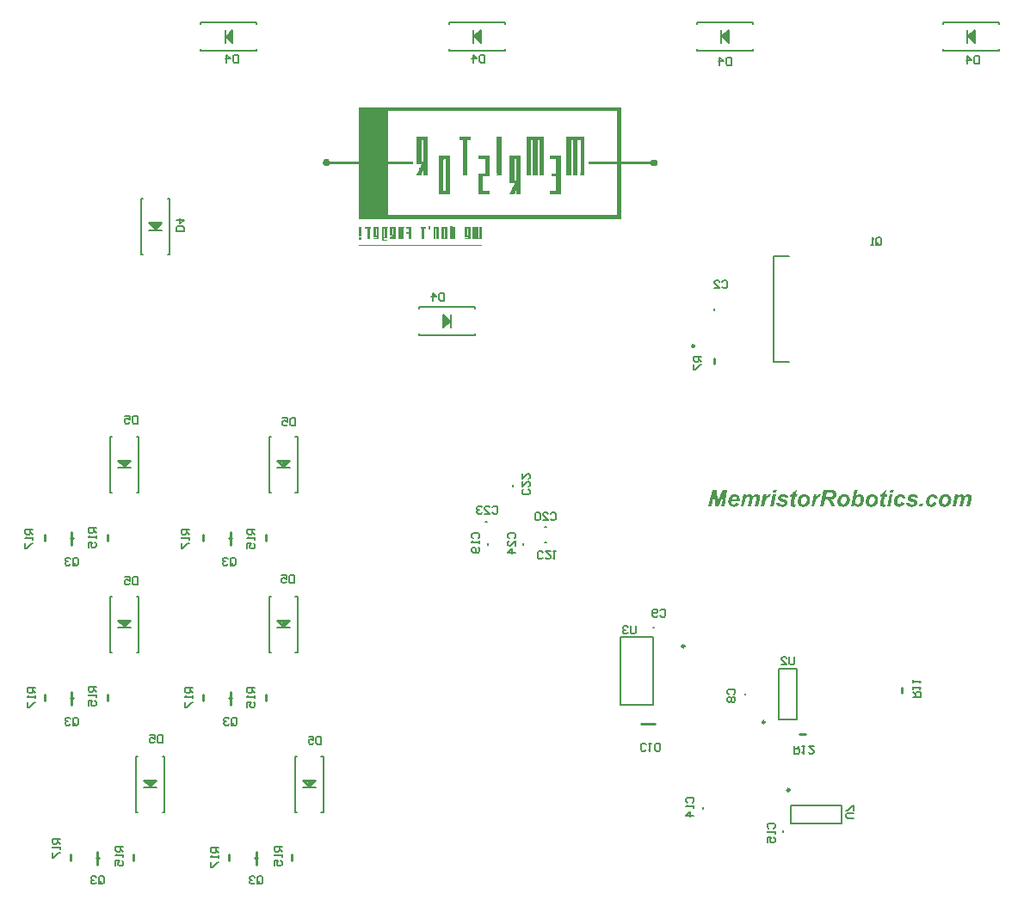
<source format=gbo>
G04*
G04 #@! TF.GenerationSoftware,Altium Limited,Altium Designer,20.1.7 (139)*
G04*
G04 Layer_Color=10526880*
%FSLAX44Y44*%
%MOMM*%
G71*
G04*
G04 #@! TF.SameCoordinates,741834D1-4314-455D-B734-137E6C24AB52*
G04*
G04*
G04 #@! TF.FilePolarity,Positive*
G04*
G01*
G75*
%ADD10C,0.2500*%
%ADD12C,0.2540*%
%ADD14C,0.2032*%
%ADD15C,0.1270*%
%ADD17C,0.2000*%
%ADD18C,0.0508*%
G36*
X2423778Y612319D02*
X2420605D01*
X2421199Y615219D01*
X2424373D01*
X2423778Y612319D01*
D02*
G37*
G36*
X2308899D02*
X2305726D01*
X2306321Y615219D01*
X2309494D01*
X2308899Y612319D01*
D02*
G37*
G36*
X2498645Y610980D02*
X2498942Y610931D01*
X2499314Y610831D01*
X2499661Y610707D01*
X2500008Y610509D01*
X2500331Y610261D01*
X2500355Y610236D01*
X2500454Y610112D01*
X2500578Y609964D01*
X2500727Y609716D01*
X2500876Y609418D01*
X2501000Y609071D01*
X2501099Y608675D01*
X2501124Y608228D01*
Y608204D01*
Y608104D01*
X2501099Y607956D01*
X2501074Y607733D01*
X2501049Y607435D01*
X2501000Y607088D01*
X2500901Y606642D01*
X2500802Y606121D01*
X2499265Y598932D01*
X2496116D01*
X2497628Y606121D01*
Y606146D01*
X2497653Y606171D01*
X2497678Y606344D01*
X2497728Y606567D01*
X2497777Y606815D01*
X2497827Y607088D01*
X2497876Y607336D01*
X2497901Y607534D01*
X2497926Y607609D01*
Y607658D01*
Y607683D01*
Y607733D01*
X2497901Y607832D01*
Y607956D01*
X2497802Y608204D01*
X2497728Y608328D01*
X2497628Y608451D01*
X2497603Y608476D01*
X2497579Y608501D01*
X2497504Y608551D01*
X2497405Y608600D01*
X2497281Y608650D01*
X2497133Y608699D01*
X2496934Y608749D01*
X2496686D01*
X2496538Y608724D01*
X2496314Y608675D01*
X2496017Y608600D01*
X2495670Y608451D01*
X2495323Y608228D01*
X2495125Y608080D01*
X2494951Y607906D01*
X2494753Y607708D01*
X2494579Y607485D01*
X2494554Y607435D01*
X2494480Y607311D01*
X2494406Y607212D01*
X2494331Y607063D01*
X2494257Y606914D01*
X2494182Y606741D01*
X2494083Y606543D01*
X2494009Y606295D01*
X2493910Y606022D01*
X2493811Y605749D01*
X2493711Y605427D01*
X2493612Y605055D01*
X2493513Y604683D01*
X2493414Y604262D01*
X2492298Y598932D01*
X2489150D01*
X2490613Y606072D01*
Y606096D01*
X2490637Y606121D01*
X2490662Y606270D01*
X2490712Y606493D01*
X2490761Y606741D01*
X2490811Y607014D01*
X2490836Y607262D01*
X2490885Y607485D01*
Y607658D01*
Y607683D01*
Y607733D01*
X2490861Y607832D01*
X2490836Y607931D01*
X2490761Y608179D01*
X2490662Y608303D01*
X2490563Y608427D01*
X2490538Y608451D01*
X2490513Y608476D01*
X2490439Y608526D01*
X2490340Y608600D01*
X2490216Y608650D01*
X2490067Y608699D01*
X2489894Y608724D01*
X2489695Y608749D01*
X2489596D01*
X2489497Y608724D01*
X2489348Y608699D01*
X2489175Y608675D01*
X2489001Y608625D01*
X2488803Y608526D01*
X2488580Y608427D01*
X2488555Y608402D01*
X2488481Y608377D01*
X2488382Y608303D01*
X2488258Y608204D01*
X2488109Y608080D01*
X2487935Y607931D01*
X2487613Y607559D01*
X2487588Y607534D01*
X2487539Y607460D01*
X2487464Y607336D01*
X2487365Y607187D01*
X2487266Y606964D01*
X2487142Y606741D01*
X2487018Y606468D01*
X2486894Y606146D01*
Y606121D01*
X2486869Y606072D01*
X2486844Y605948D01*
X2486795Y605774D01*
X2486721Y605526D01*
X2486646Y605204D01*
X2486572Y604832D01*
X2486448Y604336D01*
X2485332Y598932D01*
X2482184D01*
X2484638Y610732D01*
X2487613D01*
X2487340Y609294D01*
X2487365Y609319D01*
X2487415Y609369D01*
X2487514Y609443D01*
X2487638Y609567D01*
X2487811Y609691D01*
X2488010Y609840D01*
X2488208Y610013D01*
X2488456Y610162D01*
X2489026Y610484D01*
X2489646Y610757D01*
X2489968Y610881D01*
X2490315Y610955D01*
X2490687Y611005D01*
X2491034Y611030D01*
X2491257D01*
X2491505Y611005D01*
X2491803Y610955D01*
X2492125Y610881D01*
X2492472Y610782D01*
X2492794Y610658D01*
X2493092Y610460D01*
X2493116Y610435D01*
X2493216Y610360D01*
X2493340Y610236D01*
X2493488Y610063D01*
X2493637Y609840D01*
X2493786Y609592D01*
X2493910Y609270D01*
X2494009Y608923D01*
X2494034Y608972D01*
X2494133Y609071D01*
X2494257Y609245D01*
X2494455Y609443D01*
X2494703Y609691D01*
X2495025Y609939D01*
X2495372Y610187D01*
X2495769Y610410D01*
X2495794D01*
X2495819Y610435D01*
X2495967Y610509D01*
X2496190Y610608D01*
X2496488Y610732D01*
X2496860Y610831D01*
X2497256Y610931D01*
X2497703Y611005D01*
X2498149Y611030D01*
X2498372D01*
X2498645Y610980D01*
D02*
G37*
G36*
X2290257D02*
X2290554Y610931D01*
X2290926Y610831D01*
X2291273Y610707D01*
X2291620Y610509D01*
X2291942Y610261D01*
X2291967Y610236D01*
X2292066Y610112D01*
X2292190Y609964D01*
X2292339Y609716D01*
X2292488Y609418D01*
X2292612Y609071D01*
X2292711Y608675D01*
X2292736Y608228D01*
Y608204D01*
Y608104D01*
X2292711Y607956D01*
X2292686Y607733D01*
X2292661Y607435D01*
X2292612Y607088D01*
X2292513Y606642D01*
X2292413Y606121D01*
X2290876Y598932D01*
X2287728D01*
X2289240Y606121D01*
Y606146D01*
X2289265Y606171D01*
X2289290Y606344D01*
X2289339Y606567D01*
X2289389Y606815D01*
X2289439Y607088D01*
X2289488Y607336D01*
X2289513Y607534D01*
X2289538Y607609D01*
Y607658D01*
Y607683D01*
Y607733D01*
X2289513Y607832D01*
Y607956D01*
X2289414Y608204D01*
X2289339Y608328D01*
X2289240Y608451D01*
X2289215Y608476D01*
X2289191Y608501D01*
X2289116Y608551D01*
X2289017Y608600D01*
X2288893Y608650D01*
X2288744Y608699D01*
X2288546Y608749D01*
X2288298D01*
X2288149Y608724D01*
X2287926Y608675D01*
X2287629Y608600D01*
X2287282Y608451D01*
X2286935Y608228D01*
X2286736Y608080D01*
X2286563Y607906D01*
X2286364Y607708D01*
X2286191Y607485D01*
X2286166Y607435D01*
X2286092Y607311D01*
X2286017Y607212D01*
X2285943Y607063D01*
X2285869Y606914D01*
X2285794Y606741D01*
X2285695Y606543D01*
X2285621Y606295D01*
X2285522Y606022D01*
X2285423Y605749D01*
X2285323Y605427D01*
X2285224Y605055D01*
X2285125Y604683D01*
X2285026Y604262D01*
X2283910Y598932D01*
X2280762D01*
X2282224Y606072D01*
Y606096D01*
X2282249Y606121D01*
X2282274Y606270D01*
X2282324Y606493D01*
X2282373Y606741D01*
X2282423Y607014D01*
X2282448Y607262D01*
X2282497Y607485D01*
Y607658D01*
Y607683D01*
Y607733D01*
X2282472Y607832D01*
X2282448Y607931D01*
X2282373Y608179D01*
X2282274Y608303D01*
X2282175Y608427D01*
X2282150Y608451D01*
X2282125Y608476D01*
X2282051Y608526D01*
X2281952Y608600D01*
X2281828Y608650D01*
X2281679Y608699D01*
X2281506Y608724D01*
X2281307Y608749D01*
X2281208D01*
X2281109Y608724D01*
X2280960Y608699D01*
X2280787Y608675D01*
X2280613Y608625D01*
X2280415Y608526D01*
X2280192Y608427D01*
X2280167Y608402D01*
X2280093Y608377D01*
X2279993Y608303D01*
X2279870Y608204D01*
X2279721Y608080D01*
X2279547Y607931D01*
X2279225Y607559D01*
X2279200Y607534D01*
X2279151Y607460D01*
X2279076Y607336D01*
X2278977Y607187D01*
X2278878Y606964D01*
X2278754Y606741D01*
X2278630Y606468D01*
X2278506Y606146D01*
Y606121D01*
X2278481Y606072D01*
X2278456Y605948D01*
X2278407Y605774D01*
X2278333Y605526D01*
X2278258Y605204D01*
X2278184Y604832D01*
X2278060Y604336D01*
X2276944Y598932D01*
X2273796D01*
X2276250Y610732D01*
X2279225D01*
X2278952Y609294D01*
X2278977Y609319D01*
X2279027Y609369D01*
X2279126Y609443D01*
X2279250Y609567D01*
X2279423Y609691D01*
X2279622Y609840D01*
X2279820Y610013D01*
X2280068Y610162D01*
X2280638Y610484D01*
X2281258Y610757D01*
X2281580Y610881D01*
X2281927Y610955D01*
X2282299Y611005D01*
X2282646Y611030D01*
X2282869D01*
X2283117Y611005D01*
X2283414Y610955D01*
X2283737Y610881D01*
X2284084Y610782D01*
X2284406Y610658D01*
X2284704Y610460D01*
X2284728Y610435D01*
X2284828Y610360D01*
X2284951Y610236D01*
X2285100Y610063D01*
X2285249Y609840D01*
X2285398Y609592D01*
X2285522Y609270D01*
X2285621Y608923D01*
X2285646Y608972D01*
X2285745Y609071D01*
X2285869Y609245D01*
X2286067Y609443D01*
X2286315Y609691D01*
X2286637Y609939D01*
X2286984Y610187D01*
X2287381Y610410D01*
X2287406D01*
X2287431Y610435D01*
X2287579Y610509D01*
X2287802Y610608D01*
X2288100Y610732D01*
X2288472Y610831D01*
X2288868Y610931D01*
X2289315Y611005D01*
X2289761Y611030D01*
X2289984D01*
X2290257Y610980D01*
D02*
G37*
G36*
X2352009Y611005D02*
X2352183Y610980D01*
X2352406Y610955D01*
X2352654Y610881D01*
X2352927Y610807D01*
X2353224Y610683D01*
X2352009Y608055D01*
X2351985D01*
X2351935Y608080D01*
X2351836Y608104D01*
X2351737Y608154D01*
X2351415Y608204D01*
X2351068Y608228D01*
X2350919D01*
X2350770Y608204D01*
X2350547Y608154D01*
X2350299Y608080D01*
X2350002Y607956D01*
X2349704Y607807D01*
X2349382Y607584D01*
X2349357Y607559D01*
X2349233Y607460D01*
X2349084Y607336D01*
X2348911Y607138D01*
X2348688Y606914D01*
X2348465Y606617D01*
X2348241Y606295D01*
X2348043Y605923D01*
X2348018Y605873D01*
X2347993Y605824D01*
X2347969Y605725D01*
X2347919Y605625D01*
X2347870Y605477D01*
X2347820Y605303D01*
X2347746Y605130D01*
X2347671Y604907D01*
X2347597Y604659D01*
X2347522Y604386D01*
X2347448Y604088D01*
X2347374Y603766D01*
X2347275Y603419D01*
X2347200Y603047D01*
X2347101Y602626D01*
X2346333Y598932D01*
X2343184D01*
X2345638Y610732D01*
X2348588D01*
X2348142Y608501D01*
X2348167Y608526D01*
X2348217Y608600D01*
X2348316Y608724D01*
X2348440Y608898D01*
X2348588Y609096D01*
X2348762Y609294D01*
X2348985Y609542D01*
X2349208Y609765D01*
X2349754Y610236D01*
X2350051Y610435D01*
X2350349Y610633D01*
X2350696Y610807D01*
X2351018Y610931D01*
X2351390Y611005D01*
X2351737Y611030D01*
X2351861D01*
X2352009Y611005D01*
D02*
G37*
G36*
X2302751D02*
X2302924Y610980D01*
X2303148Y610955D01*
X2303396Y610881D01*
X2303668Y610807D01*
X2303966Y610683D01*
X2302751Y608055D01*
X2302726D01*
X2302677Y608080D01*
X2302578Y608104D01*
X2302478Y608154D01*
X2302156Y608204D01*
X2301809Y608228D01*
X2301660D01*
X2301512Y608204D01*
X2301288Y608154D01*
X2301040Y608080D01*
X2300743Y607956D01*
X2300446Y607807D01*
X2300123Y607584D01*
X2300098Y607559D01*
X2299975Y607460D01*
X2299826Y607336D01*
X2299652Y607138D01*
X2299429Y606914D01*
X2299206Y606617D01*
X2298983Y606295D01*
X2298784Y605923D01*
X2298760Y605873D01*
X2298735Y605824D01*
X2298710Y605725D01*
X2298661Y605625D01*
X2298611Y605477D01*
X2298561Y605303D01*
X2298487Y605130D01*
X2298413Y604907D01*
X2298338Y604659D01*
X2298264Y604386D01*
X2298190Y604088D01*
X2298115Y603766D01*
X2298016Y603419D01*
X2297942Y603047D01*
X2297843Y602626D01*
X2297074Y598932D01*
X2293926D01*
X2296380Y610732D01*
X2299330D01*
X2298884Y608501D01*
X2298909Y608526D01*
X2298958Y608600D01*
X2299057Y608724D01*
X2299181Y608898D01*
X2299330Y609096D01*
X2299503Y609294D01*
X2299727Y609542D01*
X2299950Y609765D01*
X2300495Y610236D01*
X2300793Y610435D01*
X2301090Y610633D01*
X2301437Y610807D01*
X2301759Y610931D01*
X2302131Y611005D01*
X2302478Y611030D01*
X2302602D01*
X2302751Y611005D01*
D02*
G37*
G36*
X2444056D02*
X2444279Y610980D01*
X2444775Y610931D01*
X2445321Y610831D01*
X2445891Y610683D01*
X2446461Y610460D01*
X2446709Y610336D01*
X2446932Y610187D01*
X2446957D01*
X2446982Y610137D01*
X2447130Y610038D01*
X2447329Y609840D01*
X2447552Y609592D01*
X2447800Y609270D01*
X2448047Y608873D01*
X2448271Y608427D01*
X2448419Y607931D01*
X2445469Y607435D01*
Y607460D01*
X2445420Y607534D01*
X2445370Y607658D01*
X2445271Y607782D01*
X2445172Y607931D01*
X2445048Y608104D01*
X2444874Y608253D01*
X2444701Y608377D01*
X2444676Y608402D01*
X2444577Y608451D01*
X2444428Y608526D01*
X2444230Y608600D01*
X2443957Y608675D01*
X2443684Y608749D01*
X2443337Y608799D01*
X2442990Y608823D01*
X2442841D01*
X2442643Y608799D01*
X2442445Y608774D01*
X2441974Y608675D01*
X2441751Y608600D01*
X2441552Y608476D01*
X2441528Y608451D01*
X2441478Y608427D01*
X2441429Y608352D01*
X2441354Y608253D01*
X2441205Y608005D01*
X2441156Y607881D01*
X2441131Y607708D01*
Y607683D01*
Y607633D01*
X2441156Y607559D01*
X2441181Y607460D01*
X2441230Y607336D01*
X2441304Y607212D01*
X2441404Y607088D01*
X2441552Y606964D01*
X2441577D01*
X2441627Y606939D01*
X2441726Y606890D01*
X2441900Y606815D01*
X2442123Y606741D01*
X2442445Y606642D01*
X2442643Y606567D01*
X2442841Y606493D01*
X2443089Y606419D01*
X2443362Y606344D01*
X2443387D01*
X2443461Y606320D01*
X2443585Y606270D01*
X2443734Y606220D01*
X2443932Y606171D01*
X2444131Y606096D01*
X2444626Y605923D01*
X2445147Y605725D01*
X2445668Y605502D01*
X2446114Y605254D01*
X2446312Y605130D01*
X2446486Y605006D01*
X2446510D01*
X2446535Y604956D01*
X2446659Y604832D01*
X2446833Y604659D01*
X2447056Y604386D01*
X2447254Y604064D01*
X2447428Y603667D01*
X2447552Y603246D01*
X2447601Y603022D01*
Y602775D01*
Y602750D01*
Y602700D01*
Y602601D01*
X2447576Y602502D01*
X2447552Y602353D01*
X2447527Y602179D01*
X2447428Y601783D01*
X2447254Y601312D01*
X2447155Y601089D01*
X2447006Y600841D01*
X2446833Y600568D01*
X2446659Y600320D01*
X2446436Y600097D01*
X2446188Y599849D01*
X2446163Y599824D01*
X2446114Y599800D01*
X2446039Y599750D01*
X2445940Y599651D01*
X2445792Y599577D01*
X2445618Y599477D01*
X2445395Y599353D01*
X2445172Y599254D01*
X2444899Y599130D01*
X2444602Y599031D01*
X2444255Y598907D01*
X2443907Y598833D01*
X2443536Y598759D01*
X2443114Y598684D01*
X2442668Y598659D01*
X2442197Y598634D01*
X2441949D01*
X2441776Y598659D01*
X2441552D01*
X2441304Y598684D01*
X2441032Y598709D01*
X2440759Y598759D01*
X2440115Y598858D01*
X2439470Y599031D01*
X2438826Y599254D01*
X2438528Y599403D01*
X2438255Y599552D01*
X2438230D01*
X2438206Y599601D01*
X2438131Y599651D01*
X2438032Y599725D01*
X2437784Y599948D01*
X2437512Y600246D01*
X2437189Y600618D01*
X2436867Y601064D01*
X2436594Y601609D01*
X2436371Y602204D01*
X2439445Y602700D01*
X2439470Y602651D01*
X2439520Y602551D01*
X2439594Y602378D01*
X2439718Y602155D01*
X2439867Y601932D01*
X2440040Y601708D01*
X2440239Y601485D01*
X2440462Y601312D01*
X2440486Y601287D01*
X2440586Y601262D01*
X2440710Y601188D01*
X2440908Y601114D01*
X2441131Y601039D01*
X2441429Y600990D01*
X2441751Y600940D01*
X2442123Y600915D01*
X2442296D01*
X2442519Y600940D01*
X2442767Y600965D01*
X2443040Y601039D01*
X2443337Y601114D01*
X2443635Y601237D01*
X2443883Y601386D01*
X2443907Y601411D01*
X2443957Y601461D01*
X2444032Y601510D01*
X2444131Y601609D01*
X2444279Y601882D01*
X2444329Y602031D01*
X2444354Y602204D01*
Y602229D01*
Y602254D01*
X2444329Y602403D01*
X2444255Y602601D01*
X2444106Y602799D01*
X2444056Y602849D01*
X2443982Y602898D01*
X2443858Y602973D01*
X2443684Y603047D01*
X2443436Y603146D01*
X2443164Y603270D01*
X2442792Y603394D01*
X2442767D01*
X2442668Y603444D01*
X2442519Y603493D01*
X2442321Y603543D01*
X2442098Y603642D01*
X2441850Y603741D01*
X2441255Y603940D01*
X2440635Y604188D01*
X2440065Y604436D01*
X2439792Y604559D01*
X2439544Y604683D01*
X2439346Y604807D01*
X2439197Y604907D01*
X2439148Y604956D01*
X2439024Y605055D01*
X2438850Y605254D01*
X2438677Y605526D01*
X2438478Y605849D01*
X2438305Y606245D01*
X2438181Y606691D01*
X2438156Y606939D01*
X2438131Y607187D01*
Y607212D01*
Y607262D01*
Y607311D01*
X2438156Y607410D01*
X2438181Y607683D01*
X2438255Y608005D01*
X2438379Y608377D01*
X2438578Y608799D01*
X2438826Y609195D01*
X2439173Y609592D01*
X2439197Y609617D01*
X2439247Y609666D01*
X2439321Y609716D01*
X2439445Y609815D01*
X2439594Y609914D01*
X2439792Y610038D01*
X2439991Y610187D01*
X2440263Y610311D01*
X2440536Y610435D01*
X2440858Y610583D01*
X2441205Y610707D01*
X2441602Y610807D01*
X2442023Y610906D01*
X2442470Y610980D01*
X2442966Y611005D01*
X2443486Y611030D01*
X2443858D01*
X2444056Y611005D01*
D02*
G37*
G36*
X2316534D02*
X2316758Y610980D01*
X2317253Y610931D01*
X2317799Y610831D01*
X2318369Y610683D01*
X2318939Y610460D01*
X2319187Y610336D01*
X2319410Y610187D01*
X2319435D01*
X2319460Y610137D01*
X2319608Y610038D01*
X2319807Y609840D01*
X2320030Y609592D01*
X2320278Y609270D01*
X2320526Y608873D01*
X2320749Y608427D01*
X2320898Y607931D01*
X2317948Y607435D01*
Y607460D01*
X2317898Y607534D01*
X2317848Y607658D01*
X2317749Y607782D01*
X2317650Y607931D01*
X2317526Y608104D01*
X2317352Y608253D01*
X2317179Y608377D01*
X2317154Y608402D01*
X2317055Y608451D01*
X2316906Y608526D01*
X2316708Y608600D01*
X2316435Y608675D01*
X2316163Y608749D01*
X2315815Y608799D01*
X2315468Y608823D01*
X2315320D01*
X2315121Y608799D01*
X2314923Y608774D01*
X2314452Y608675D01*
X2314229Y608600D01*
X2314031Y608476D01*
X2314006Y608451D01*
X2313956Y608427D01*
X2313907Y608352D01*
X2313832Y608253D01*
X2313684Y608005D01*
X2313634Y607881D01*
X2313609Y607708D01*
Y607683D01*
Y607633D01*
X2313634Y607559D01*
X2313659Y607460D01*
X2313708Y607336D01*
X2313783Y607212D01*
X2313882Y607088D01*
X2314031Y606964D01*
X2314055D01*
X2314105Y606939D01*
X2314204Y606890D01*
X2314378Y606815D01*
X2314601Y606741D01*
X2314923Y606642D01*
X2315121Y606567D01*
X2315320Y606493D01*
X2315568Y606419D01*
X2315840Y606344D01*
X2315865D01*
X2315939Y606320D01*
X2316063Y606270D01*
X2316212Y606220D01*
X2316411Y606171D01*
X2316609Y606096D01*
X2317105Y605923D01*
X2317625Y605725D01*
X2318146Y605502D01*
X2318592Y605254D01*
X2318790Y605130D01*
X2318964Y605006D01*
X2318989D01*
X2319014Y604956D01*
X2319137Y604832D01*
X2319311Y604659D01*
X2319534Y604386D01*
X2319732Y604064D01*
X2319906Y603667D01*
X2320030Y603246D01*
X2320079Y603022D01*
Y602775D01*
Y602750D01*
Y602700D01*
Y602601D01*
X2320055Y602502D01*
X2320030Y602353D01*
X2320005Y602179D01*
X2319906Y601783D01*
X2319732Y601312D01*
X2319633Y601089D01*
X2319485Y600841D01*
X2319311Y600568D01*
X2319137Y600320D01*
X2318914Y600097D01*
X2318666Y599849D01*
X2318642Y599824D01*
X2318592Y599800D01*
X2318518Y599750D01*
X2318418Y599651D01*
X2318270Y599577D01*
X2318096Y599477D01*
X2317873Y599353D01*
X2317650Y599254D01*
X2317377Y599130D01*
X2317080Y599031D01*
X2316733Y598907D01*
X2316386Y598833D01*
X2316014Y598759D01*
X2315592Y598684D01*
X2315146Y598659D01*
X2314675Y598634D01*
X2314427D01*
X2314254Y598659D01*
X2314031D01*
X2313783Y598684D01*
X2313510Y598709D01*
X2313237Y598759D01*
X2312593Y598858D01*
X2311948Y599031D01*
X2311304Y599254D01*
X2311006Y599403D01*
X2310733Y599552D01*
X2310709D01*
X2310684Y599601D01*
X2310610Y599651D01*
X2310510Y599725D01*
X2310262Y599948D01*
X2309990Y600246D01*
X2309668Y600618D01*
X2309345Y601064D01*
X2309073Y601609D01*
X2308849Y602204D01*
X2311923Y602700D01*
X2311948Y602651D01*
X2311998Y602551D01*
X2312072Y602378D01*
X2312196Y602155D01*
X2312345Y601932D01*
X2312518Y601708D01*
X2312717Y601485D01*
X2312940Y601312D01*
X2312965Y601287D01*
X2313064Y601262D01*
X2313188Y601188D01*
X2313386Y601114D01*
X2313609Y601039D01*
X2313907Y600990D01*
X2314229Y600940D01*
X2314601Y600915D01*
X2314774D01*
X2314998Y600940D01*
X2315245Y600965D01*
X2315518Y601039D01*
X2315815Y601114D01*
X2316113Y601237D01*
X2316361Y601386D01*
X2316386Y601411D01*
X2316435Y601461D01*
X2316510Y601510D01*
X2316609Y601609D01*
X2316758Y601882D01*
X2316807Y602031D01*
X2316832Y602204D01*
Y602229D01*
Y602254D01*
X2316807Y602403D01*
X2316733Y602601D01*
X2316584Y602799D01*
X2316534Y602849D01*
X2316460Y602898D01*
X2316336Y602973D01*
X2316163Y603047D01*
X2315915Y603146D01*
X2315642Y603270D01*
X2315270Y603394D01*
X2315245D01*
X2315146Y603444D01*
X2314998Y603493D01*
X2314799Y603543D01*
X2314576Y603642D01*
X2314328Y603741D01*
X2313733Y603940D01*
X2313113Y604188D01*
X2312543Y604436D01*
X2312271Y604559D01*
X2312023Y604683D01*
X2311824Y604807D01*
X2311676Y604907D01*
X2311626Y604956D01*
X2311502Y605055D01*
X2311328Y605254D01*
X2311155Y605526D01*
X2310957Y605849D01*
X2310783Y606245D01*
X2310659Y606691D01*
X2310634Y606939D01*
X2310610Y607187D01*
Y607212D01*
Y607262D01*
Y607311D01*
X2310634Y607410D01*
X2310659Y607683D01*
X2310733Y608005D01*
X2310858Y608377D01*
X2311056Y608799D01*
X2311304Y609195D01*
X2311651Y609592D01*
X2311676Y609617D01*
X2311725Y609666D01*
X2311799Y609716D01*
X2311923Y609815D01*
X2312072Y609914D01*
X2312271Y610038D01*
X2312469Y610187D01*
X2312742Y610311D01*
X2313014Y610435D01*
X2313336Y610583D01*
X2313684Y610707D01*
X2314080Y610807D01*
X2314502Y610906D01*
X2314948Y610980D01*
X2315444Y611005D01*
X2315964Y611030D01*
X2316336D01*
X2316534Y611005D01*
D02*
G37*
G36*
X2463294D02*
X2463467D01*
X2463665Y610980D01*
X2464137Y610881D01*
X2464682Y610757D01*
X2465227Y610559D01*
X2465773Y610286D01*
X2466021Y610112D01*
X2466268Y609914D01*
X2466293D01*
X2466318Y609865D01*
X2466467Y609716D01*
X2466665Y609468D01*
X2466913Y609146D01*
X2467161Y608749D01*
X2467384Y608253D01*
X2467582Y607683D01*
X2467632Y607385D01*
X2467681Y607063D01*
X2464657Y606741D01*
Y606791D01*
X2464632Y606914D01*
X2464583Y607088D01*
X2464533Y607286D01*
X2464459Y607534D01*
X2464335Y607782D01*
X2464211Y608005D01*
X2464037Y608204D01*
X2464012Y608228D01*
X2463938Y608278D01*
X2463839Y608352D01*
X2463690Y608451D01*
X2463517Y608526D01*
X2463294Y608600D01*
X2463021Y608650D01*
X2462748Y608675D01*
X2462599D01*
X2462426Y608650D01*
X2462178Y608600D01*
X2461930Y608501D01*
X2461633Y608377D01*
X2461335Y608204D01*
X2461013Y607980D01*
X2460988Y607956D01*
X2460889Y607856D01*
X2460740Y607683D01*
X2460567Y607460D01*
X2460368Y607162D01*
X2460170Y606815D01*
X2459972Y606394D01*
X2459798Y605898D01*
Y605873D01*
X2459773Y605849D01*
X2459749Y605774D01*
X2459724Y605675D01*
X2459674Y605402D01*
X2459600Y605055D01*
X2459501Y604659D01*
X2459451Y604237D01*
X2459402Y603766D01*
X2459377Y603320D01*
Y603270D01*
Y603146D01*
X2459402Y602948D01*
X2459451Y602725D01*
X2459501Y602452D01*
X2459575Y602179D01*
X2459699Y601907D01*
X2459873Y601684D01*
X2459897Y601659D01*
X2459972Y601609D01*
X2460071Y601510D01*
X2460220Y601411D01*
X2460418Y601312D01*
X2460616Y601213D01*
X2460864Y601163D01*
X2461137Y601138D01*
X2461261D01*
X2461410Y601163D01*
X2461608Y601213D01*
X2461831Y601262D01*
X2462079Y601362D01*
X2462327Y601510D01*
X2462599Y601684D01*
X2462624Y601708D01*
X2462723Y601783D01*
X2462847Y601932D01*
X2463021Y602105D01*
X2463194Y602353D01*
X2463393Y602626D01*
X2463566Y602973D01*
X2463740Y603369D01*
X2466839Y602849D01*
Y602824D01*
X2466814Y602750D01*
X2466764Y602651D01*
X2466690Y602502D01*
X2466615Y602328D01*
X2466516Y602130D01*
X2466268Y601684D01*
X2465946Y601188D01*
X2465550Y600643D01*
X2465078Y600147D01*
X2464558Y599701D01*
X2464533D01*
X2464484Y599651D01*
X2464409Y599601D01*
X2464285Y599527D01*
X2464161Y599453D01*
X2463988Y599353D01*
X2463789Y599279D01*
X2463566Y599180D01*
X2463046Y598982D01*
X2462475Y598808D01*
X2461806Y598684D01*
X2461459Y598659D01*
X2461087Y598634D01*
X2460864D01*
X2460715Y598659D01*
X2460517Y598684D01*
X2460294Y598709D01*
X2459798Y598808D01*
X2459228Y598957D01*
X2458633Y599205D01*
X2458336Y599353D01*
X2458038Y599527D01*
X2457765Y599750D01*
X2457518Y599973D01*
X2457493Y599998D01*
X2457468Y600048D01*
X2457393Y600122D01*
X2457319Y600221D01*
X2457220Y600345D01*
X2457096Y600519D01*
X2456972Y600717D01*
X2456873Y600940D01*
X2456749Y601188D01*
X2456625Y601461D01*
X2456501Y601783D01*
X2456402Y602105D01*
X2456328Y602477D01*
X2456253Y602849D01*
X2456228Y603270D01*
X2456204Y603692D01*
Y603717D01*
Y603766D01*
Y603890D01*
X2456228Y604014D01*
Y604188D01*
X2456253Y604386D01*
X2456278Y604609D01*
X2456303Y604857D01*
X2456402Y605427D01*
X2456551Y606022D01*
X2456724Y606667D01*
X2456997Y607311D01*
Y607336D01*
X2457046Y607385D01*
X2457071Y607485D01*
X2457146Y607609D01*
X2457220Y607733D01*
X2457344Y607906D01*
X2457592Y608303D01*
X2457939Y608749D01*
X2458336Y609195D01*
X2458831Y609641D01*
X2459402Y610038D01*
X2459426D01*
X2459476Y610088D01*
X2459575Y610137D01*
X2459674Y610187D01*
X2459823Y610261D01*
X2460021Y610360D01*
X2460220Y610435D01*
X2460443Y610534D01*
X2460988Y610707D01*
X2461583Y610881D01*
X2462228Y610980D01*
X2462947Y611030D01*
X2463145D01*
X2463294Y611005D01*
D02*
G37*
G36*
X2431686D02*
X2431859D01*
X2432058Y610980D01*
X2432529Y610881D01*
X2433074Y610757D01*
X2433620Y610559D01*
X2434165Y610286D01*
X2434413Y610112D01*
X2434661Y609914D01*
X2434686D01*
X2434710Y609865D01*
X2434859Y609716D01*
X2435057Y609468D01*
X2435305Y609146D01*
X2435553Y608749D01*
X2435776Y608253D01*
X2435975Y607683D01*
X2436024Y607385D01*
X2436074Y607063D01*
X2433049Y606741D01*
Y606791D01*
X2433024Y606914D01*
X2432975Y607088D01*
X2432925Y607286D01*
X2432851Y607534D01*
X2432727Y607782D01*
X2432603Y608005D01*
X2432430Y608204D01*
X2432405Y608228D01*
X2432330Y608278D01*
X2432231Y608352D01*
X2432083Y608451D01*
X2431909Y608526D01*
X2431686Y608600D01*
X2431413Y608650D01*
X2431140Y608675D01*
X2430992D01*
X2430818Y608650D01*
X2430570Y608600D01*
X2430322Y608501D01*
X2430025Y608377D01*
X2429727Y608204D01*
X2429405Y607980D01*
X2429380Y607956D01*
X2429281Y607856D01*
X2429133Y607683D01*
X2428959Y607460D01*
X2428761Y607162D01*
X2428562Y606815D01*
X2428364Y606394D01*
X2428190Y605898D01*
Y605873D01*
X2428166Y605849D01*
X2428141Y605774D01*
X2428116Y605675D01*
X2428067Y605402D01*
X2427992Y605055D01*
X2427893Y604659D01*
X2427843Y604237D01*
X2427794Y603766D01*
X2427769Y603320D01*
Y603270D01*
Y603146D01*
X2427794Y602948D01*
X2427843Y602725D01*
X2427893Y602452D01*
X2427967Y602179D01*
X2428091Y601907D01*
X2428265Y601684D01*
X2428290Y601659D01*
X2428364Y601609D01*
X2428463Y601510D01*
X2428612Y601411D01*
X2428810Y601312D01*
X2429008Y601213D01*
X2429256Y601163D01*
X2429529Y601138D01*
X2429653D01*
X2429802Y601163D01*
X2430000Y601213D01*
X2430223Y601262D01*
X2430471Y601362D01*
X2430719Y601510D01*
X2430992Y601684D01*
X2431017Y601708D01*
X2431116Y601783D01*
X2431240Y601932D01*
X2431413Y602105D01*
X2431587Y602353D01*
X2431785Y602626D01*
X2431959Y602973D01*
X2432132Y603369D01*
X2435231Y602849D01*
Y602824D01*
X2435206Y602750D01*
X2435157Y602651D01*
X2435082Y602502D01*
X2435008Y602328D01*
X2434909Y602130D01*
X2434661Y601684D01*
X2434338Y601188D01*
X2433942Y600643D01*
X2433471Y600147D01*
X2432950Y599701D01*
X2432925D01*
X2432876Y599651D01*
X2432801Y599601D01*
X2432677Y599527D01*
X2432554Y599453D01*
X2432380Y599353D01*
X2432182Y599279D01*
X2431959Y599180D01*
X2431438Y598982D01*
X2430868Y598808D01*
X2430198Y598684D01*
X2429851Y598659D01*
X2429480Y598634D01*
X2429256D01*
X2429108Y598659D01*
X2428909Y598684D01*
X2428686Y598709D01*
X2428190Y598808D01*
X2427620Y598957D01*
X2427025Y599205D01*
X2426728Y599353D01*
X2426430Y599527D01*
X2426158Y599750D01*
X2425910Y599973D01*
X2425885Y599998D01*
X2425860Y600048D01*
X2425786Y600122D01*
X2425711Y600221D01*
X2425612Y600345D01*
X2425488Y600519D01*
X2425364Y600717D01*
X2425265Y600940D01*
X2425141Y601188D01*
X2425017Y601461D01*
X2424893Y601783D01*
X2424794Y602105D01*
X2424720Y602477D01*
X2424645Y602849D01*
X2424621Y603270D01*
X2424596Y603692D01*
Y603717D01*
Y603766D01*
Y603890D01*
X2424621Y604014D01*
Y604188D01*
X2424645Y604386D01*
X2424670Y604609D01*
X2424695Y604857D01*
X2424794Y605427D01*
X2424943Y606022D01*
X2425116Y606667D01*
X2425389Y607311D01*
Y607336D01*
X2425439Y607385D01*
X2425464Y607485D01*
X2425538Y607609D01*
X2425612Y607733D01*
X2425736Y607906D01*
X2425984Y608303D01*
X2426331Y608749D01*
X2426728Y609195D01*
X2427224Y609641D01*
X2427794Y610038D01*
X2427819D01*
X2427868Y610088D01*
X2427967Y610137D01*
X2428067Y610187D01*
X2428215Y610261D01*
X2428414Y610360D01*
X2428612Y610435D01*
X2428835Y610534D01*
X2429380Y610707D01*
X2429975Y610881D01*
X2430620Y610980D01*
X2431339Y611030D01*
X2431537D01*
X2431686Y611005D01*
D02*
G37*
G36*
X2257930Y598932D02*
X2254906D01*
X2257707Y612418D01*
X2251683Y598932D01*
X2248510D01*
X2247915Y612517D01*
X2245336Y598932D01*
X2242312D01*
X2245708Y615219D01*
X2250468D01*
X2250989Y604039D01*
X2256071Y615219D01*
X2260880D01*
X2257930Y598932D01*
D02*
G37*
G36*
X2452683D02*
X2449535D01*
X2450155Y602006D01*
X2453303D01*
X2452683Y598932D01*
D02*
G37*
G36*
X2420976D02*
X2417828D01*
X2420282Y610732D01*
X2423431D01*
X2420976Y598932D01*
D02*
G37*
G36*
X2363537Y615195D02*
X2363958Y615170D01*
X2364429Y615120D01*
X2364901Y615046D01*
X2365372Y614947D01*
X2365793Y614823D01*
X2365843Y614798D01*
X2365966Y614748D01*
X2366165Y614649D01*
X2366388Y614500D01*
X2366661Y614327D01*
X2366933Y614079D01*
X2367231Y613781D01*
X2367479Y613410D01*
X2367504Y613360D01*
X2367578Y613236D01*
X2367677Y613013D01*
X2367801Y612715D01*
X2367925Y612368D01*
X2368024Y611947D01*
X2368098Y611451D01*
X2368123Y610931D01*
Y610906D01*
Y610831D01*
Y610732D01*
X2368098Y610583D01*
Y610410D01*
X2368049Y610212D01*
X2367975Y609741D01*
X2367826Y609195D01*
X2367603Y608625D01*
X2367454Y608328D01*
X2367305Y608055D01*
X2367107Y607782D01*
X2366884Y607509D01*
X2366859Y607485D01*
X2366834Y607460D01*
X2366760Y607385D01*
X2366661Y607286D01*
X2366512Y607187D01*
X2366363Y607063D01*
X2366165Y606939D01*
X2365942Y606791D01*
X2365694Y606667D01*
X2365421Y606518D01*
X2365099Y606369D01*
X2364777Y606245D01*
X2364405Y606121D01*
X2364008Y606022D01*
X2363587Y605923D01*
X2363116Y605849D01*
X2363140Y605824D01*
X2363215Y605749D01*
X2363339Y605601D01*
X2363512Y605427D01*
X2363686Y605204D01*
X2363909Y604956D01*
X2364107Y604659D01*
X2364330Y604311D01*
X2364355Y604287D01*
X2364380Y604212D01*
X2364454Y604113D01*
X2364529Y603965D01*
X2364628Y603766D01*
X2364752Y603518D01*
X2364901Y603246D01*
X2365074Y602923D01*
X2365248Y602551D01*
X2365421Y602155D01*
X2365644Y601708D01*
X2365867Y601237D01*
X2366091Y600717D01*
X2366338Y600172D01*
X2366586Y599577D01*
X2366834Y598932D01*
X2363240D01*
Y598957D01*
X2363215Y599006D01*
X2363190Y599081D01*
X2363140Y599180D01*
X2363091Y599329D01*
X2363041Y599527D01*
X2362942Y599725D01*
X2362868Y599973D01*
X2362744Y600271D01*
X2362620Y600568D01*
X2362496Y600940D01*
X2362322Y601312D01*
X2362149Y601733D01*
X2361975Y602204D01*
X2361752Y602700D01*
X2361529Y603221D01*
Y603246D01*
X2361504Y603295D01*
X2361455Y603369D01*
X2361405Y603469D01*
X2361281Y603741D01*
X2361083Y604088D01*
X2360860Y604436D01*
X2360612Y604782D01*
X2360339Y605105D01*
X2360066Y605353D01*
X2360042Y605378D01*
X2359967Y605402D01*
X2359843Y605452D01*
X2359670Y605526D01*
X2359447Y605576D01*
X2359149Y605625D01*
X2358802Y605650D01*
X2358381Y605675D01*
X2357017D01*
X2355604Y598932D01*
X2352282D01*
X2355654Y615219D01*
X2363363D01*
X2363537Y615195D01*
D02*
G37*
G36*
X2306098Y598932D02*
X2302949D01*
X2305404Y610732D01*
X2308552D01*
X2306098Y598932D01*
D02*
G37*
G36*
X2475986Y611005D02*
X2476185Y610980D01*
X2476457Y610955D01*
X2476730Y610906D01*
X2477027Y610856D01*
X2477697Y610683D01*
X2478044Y610559D01*
X2478366Y610410D01*
X2478713Y610236D01*
X2479035Y610063D01*
X2479333Y609815D01*
X2479630Y609567D01*
X2479655Y609542D01*
X2479705Y609493D01*
X2479754Y609418D01*
X2479854Y609294D01*
X2479978Y609170D01*
X2480101Y608997D01*
X2480226Y608774D01*
X2480374Y608551D01*
X2480498Y608278D01*
X2480622Y607980D01*
X2480746Y607683D01*
X2480870Y607336D01*
X2480969Y606964D01*
X2481019Y606567D01*
X2481068Y606146D01*
X2481093Y605700D01*
Y605675D01*
Y605576D01*
Y605427D01*
X2481068Y605229D01*
X2481044Y604981D01*
X2480994Y604683D01*
X2480944Y604361D01*
X2480870Y603989D01*
X2480771Y603617D01*
X2480647Y603221D01*
X2480498Y602799D01*
X2480325Y602378D01*
X2480101Y601956D01*
X2479854Y601535D01*
X2479581Y601114D01*
X2479259Y600717D01*
X2479234Y600692D01*
X2479184Y600618D01*
X2479060Y600519D01*
X2478936Y600395D01*
X2478738Y600246D01*
X2478515Y600048D01*
X2478267Y599874D01*
X2477970Y599676D01*
X2477623Y599477D01*
X2477251Y599304D01*
X2476854Y599130D01*
X2476408Y598957D01*
X2475937Y598833D01*
X2475441Y598734D01*
X2474920Y598659D01*
X2474350Y598634D01*
X2474077D01*
X2473929Y598659D01*
X2473755D01*
X2473358Y598709D01*
X2472912Y598783D01*
X2472417Y598907D01*
X2471896Y599056D01*
X2471400Y599279D01*
X2471375D01*
X2471351Y599304D01*
X2471202Y599403D01*
X2470954Y599552D01*
X2470681Y599775D01*
X2470359Y600023D01*
X2470061Y600345D01*
X2469764Y600742D01*
X2469491Y601163D01*
Y601188D01*
X2469466Y601213D01*
X2469442Y601287D01*
X2469392Y601386D01*
X2469293Y601634D01*
X2469194Y601956D01*
X2469070Y602353D01*
X2468971Y602799D01*
X2468896Y603295D01*
X2468871Y603816D01*
Y603865D01*
Y603965D01*
X2468896Y604138D01*
Y604361D01*
X2468921Y604634D01*
X2468971Y604956D01*
X2469020Y605328D01*
X2469095Y605700D01*
X2469194Y606121D01*
X2469318Y606543D01*
X2469466Y606989D01*
X2469640Y607435D01*
X2469863Y607856D01*
X2470111Y608278D01*
X2470384Y608699D01*
X2470706Y609071D01*
X2470731Y609096D01*
X2470780Y609146D01*
X2470904Y609245D01*
X2471028Y609369D01*
X2471227Y609518D01*
X2471450Y609691D01*
X2471698Y609865D01*
X2471995Y610063D01*
X2472317Y610236D01*
X2472689Y610410D01*
X2473086Y610583D01*
X2473532Y610732D01*
X2473978Y610856D01*
X2474474Y610955D01*
X2474995Y611005D01*
X2475540Y611030D01*
X2475788D01*
X2475986Y611005D01*
D02*
G37*
G36*
X2416266Y610732D02*
X2418225D01*
X2417729Y608377D01*
X2415795D01*
X2414754Y603394D01*
Y603369D01*
Y603345D01*
X2414704Y603171D01*
X2414655Y602948D01*
X2414605Y602700D01*
X2414556Y602427D01*
X2414506Y602179D01*
X2414481Y601981D01*
X2414456Y601907D01*
Y601857D01*
Y601833D01*
Y601808D01*
X2414481Y601634D01*
X2414556Y601461D01*
X2414680Y601262D01*
X2414704D01*
X2414729Y601237D01*
X2414804Y601213D01*
X2414878Y601163D01*
X2415002Y601138D01*
X2415151Y601089D01*
X2415324Y601064D01*
X2415647D01*
X2415746Y601089D01*
X2415894D01*
X2416093Y601114D01*
X2416316Y601138D01*
X2416613Y601163D01*
X2416118Y598808D01*
X2416093D01*
X2415969Y598783D01*
X2415795Y598759D01*
X2415597Y598734D01*
X2415324Y598684D01*
X2415052Y598659D01*
X2414407Y598634D01*
X2414134D01*
X2413837Y598659D01*
X2413465Y598709D01*
X2413068Y598783D01*
X2412672Y598907D01*
X2412275Y599056D01*
X2411953Y599279D01*
X2411928Y599304D01*
X2411829Y599403D01*
X2411730Y599552D01*
X2411581Y599750D01*
X2411457Y599998D01*
X2411333Y600320D01*
X2411234Y600667D01*
X2411209Y601089D01*
Y601114D01*
Y601213D01*
X2411234Y601362D01*
X2411259Y601609D01*
X2411283Y601758D01*
X2411308Y601932D01*
X2411358Y602155D01*
X2411382Y602378D01*
X2411432Y602626D01*
X2411482Y602923D01*
X2411556Y603246D01*
X2411630Y603593D01*
X2412647Y608377D01*
X2411060D01*
X2411556Y610732D01*
X2413118D01*
X2413490Y612592D01*
X2417109Y614798D01*
X2416266Y610732D01*
D02*
G37*
G36*
X2403970Y611005D02*
X2404169Y610980D01*
X2404441Y610955D01*
X2404714Y610906D01*
X2405011Y610856D01*
X2405681Y610683D01*
X2406028Y610559D01*
X2406350Y610410D01*
X2406697Y610236D01*
X2407019Y610063D01*
X2407317Y609815D01*
X2407614Y609567D01*
X2407639Y609542D01*
X2407689Y609493D01*
X2407738Y609418D01*
X2407838Y609294D01*
X2407961Y609170D01*
X2408085Y608997D01*
X2408209Y608774D01*
X2408358Y608551D01*
X2408482Y608278D01*
X2408606Y607980D01*
X2408730Y607683D01*
X2408854Y607336D01*
X2408953Y606964D01*
X2409003Y606567D01*
X2409052Y606146D01*
X2409077Y605700D01*
Y605675D01*
Y605576D01*
Y605427D01*
X2409052Y605229D01*
X2409027Y604981D01*
X2408978Y604683D01*
X2408928Y604361D01*
X2408854Y603989D01*
X2408755Y603617D01*
X2408631Y603221D01*
X2408482Y602799D01*
X2408309Y602378D01*
X2408085Y601956D01*
X2407838Y601535D01*
X2407565Y601114D01*
X2407242Y600717D01*
X2407218Y600692D01*
X2407168Y600618D01*
X2407044Y600519D01*
X2406920Y600395D01*
X2406722Y600246D01*
X2406499Y600048D01*
X2406251Y599874D01*
X2405953Y599676D01*
X2405606Y599477D01*
X2405235Y599304D01*
X2404838Y599130D01*
X2404392Y598957D01*
X2403921Y598833D01*
X2403425Y598734D01*
X2402904Y598659D01*
X2402334Y598634D01*
X2402061D01*
X2401913Y598659D01*
X2401739D01*
X2401342Y598709D01*
X2400896Y598783D01*
X2400400Y598907D01*
X2399880Y599056D01*
X2399384Y599279D01*
X2399359D01*
X2399334Y599304D01*
X2399186Y599403D01*
X2398938Y599552D01*
X2398665Y599775D01*
X2398343Y600023D01*
X2398045Y600345D01*
X2397748Y600742D01*
X2397475Y601163D01*
Y601188D01*
X2397450Y601213D01*
X2397426Y601287D01*
X2397376Y601386D01*
X2397277Y601634D01*
X2397178Y601956D01*
X2397054Y602353D01*
X2396954Y602799D01*
X2396880Y603295D01*
X2396855Y603816D01*
Y603865D01*
Y603965D01*
X2396880Y604138D01*
Y604361D01*
X2396905Y604634D01*
X2396954Y604956D01*
X2397004Y605328D01*
X2397079Y605700D01*
X2397178Y606121D01*
X2397302Y606543D01*
X2397450Y606989D01*
X2397624Y607435D01*
X2397847Y607856D01*
X2398095Y608278D01*
X2398368Y608699D01*
X2398690Y609071D01*
X2398715Y609096D01*
X2398764Y609146D01*
X2398888Y609245D01*
X2399012Y609369D01*
X2399210Y609518D01*
X2399434Y609691D01*
X2399682Y609865D01*
X2399979Y610063D01*
X2400301Y610236D01*
X2400673Y610410D01*
X2401070Y610583D01*
X2401516Y610732D01*
X2401962Y610856D01*
X2402458Y610955D01*
X2402979Y611005D01*
X2403524Y611030D01*
X2403772D01*
X2403970Y611005D01*
D02*
G37*
G36*
X2387782Y609790D02*
X2387832Y609815D01*
X2387931Y609889D01*
X2388104Y610013D01*
X2388327Y610162D01*
X2388575Y610311D01*
X2388848Y610460D01*
X2389146Y610608D01*
X2389443Y610732D01*
X2389468Y610757D01*
X2389567Y610782D01*
X2389740Y610831D01*
X2389939Y610881D01*
X2390187Y610931D01*
X2390459Y610980D01*
X2390782Y611030D01*
X2391277D01*
X2391426Y611005D01*
X2391575Y610980D01*
X2391749Y610955D01*
X2392195Y610881D01*
X2392666Y610732D01*
X2393162Y610509D01*
X2393409Y610360D01*
X2393657Y610187D01*
X2393880Y609989D01*
X2394104Y609765D01*
X2394128Y609741D01*
X2394153Y609716D01*
X2394203Y609641D01*
X2394277Y609542D01*
X2394376Y609394D01*
X2394476Y609245D01*
X2394575Y609047D01*
X2394674Y608848D01*
X2394773Y608600D01*
X2394872Y608328D01*
X2394971Y608030D01*
X2395070Y607708D01*
X2395145Y607336D01*
X2395194Y606964D01*
X2395244Y606567D01*
Y606121D01*
Y606096D01*
Y606047D01*
Y605973D01*
Y605849D01*
X2395219Y605700D01*
Y605526D01*
X2395170Y605105D01*
X2395120Y604634D01*
X2395021Y604113D01*
X2394872Y603543D01*
X2394699Y602973D01*
Y602948D01*
X2394674Y602898D01*
X2394649Y602824D01*
X2394599Y602725D01*
X2394476Y602452D01*
X2394327Y602105D01*
X2394128Y601708D01*
X2393880Y601287D01*
X2393608Y600890D01*
X2393286Y600494D01*
X2393236Y600444D01*
X2393137Y600345D01*
X2392963Y600172D01*
X2392715Y599973D01*
X2392443Y599725D01*
X2392120Y599502D01*
X2391773Y599279D01*
X2391426Y599081D01*
X2391377Y599056D01*
X2391253Y599006D01*
X2391054Y598932D01*
X2390806Y598858D01*
X2390509Y598783D01*
X2390162Y598709D01*
X2389790Y598659D01*
X2389393Y598634D01*
X2389294D01*
X2389146Y598659D01*
X2388972D01*
X2388774Y598709D01*
X2388526Y598759D01*
X2388253Y598808D01*
X2387980Y598907D01*
X2387683Y599031D01*
X2387361Y599180D01*
X2387063Y599353D01*
X2386741Y599577D01*
X2386443Y599824D01*
X2386171Y600122D01*
X2385898Y600444D01*
X2385650Y600841D01*
X2385253Y598932D01*
X2382403D01*
X2385774Y615219D01*
X2388947D01*
X2387782Y609790D01*
D02*
G37*
G36*
X2376205Y611005D02*
X2376403Y610980D01*
X2376676Y610955D01*
X2376949Y610906D01*
X2377246Y610856D01*
X2377915Y610683D01*
X2378263Y610559D01*
X2378585Y610410D01*
X2378932Y610236D01*
X2379254Y610063D01*
X2379552Y609815D01*
X2379849Y609567D01*
X2379874Y609542D01*
X2379924Y609493D01*
X2379973Y609418D01*
X2380072Y609294D01*
X2380196Y609170D01*
X2380320Y608997D01*
X2380444Y608774D01*
X2380593Y608551D01*
X2380717Y608278D01*
X2380841Y607980D01*
X2380965Y607683D01*
X2381089Y607336D01*
X2381188Y606964D01*
X2381237Y606567D01*
X2381287Y606146D01*
X2381312Y605700D01*
Y605675D01*
Y605576D01*
Y605427D01*
X2381287Y605229D01*
X2381262Y604981D01*
X2381213Y604683D01*
X2381163Y604361D01*
X2381089Y603989D01*
X2380990Y603617D01*
X2380865Y603221D01*
X2380717Y602799D01*
X2380543Y602378D01*
X2380320Y601956D01*
X2380072Y601535D01*
X2379800Y601114D01*
X2379477Y600717D01*
X2379453Y600692D01*
X2379403Y600618D01*
X2379279Y600519D01*
X2379155Y600395D01*
X2378957Y600246D01*
X2378734Y600048D01*
X2378486Y599874D01*
X2378188Y599676D01*
X2377841Y599477D01*
X2377469Y599304D01*
X2377073Y599130D01*
X2376626Y598957D01*
X2376155Y598833D01*
X2375660Y598734D01*
X2375139Y598659D01*
X2374569Y598634D01*
X2374296D01*
X2374147Y598659D01*
X2373974D01*
X2373577Y598709D01*
X2373131Y598783D01*
X2372635Y598907D01*
X2372115Y599056D01*
X2371619Y599279D01*
X2371594D01*
X2371569Y599304D01*
X2371420Y599403D01*
X2371172Y599552D01*
X2370900Y599775D01*
X2370578Y600023D01*
X2370280Y600345D01*
X2369983Y600742D01*
X2369710Y601163D01*
Y601188D01*
X2369685Y601213D01*
X2369660Y601287D01*
X2369611Y601386D01*
X2369512Y601634D01*
X2369412Y601956D01*
X2369288Y602353D01*
X2369189Y602799D01*
X2369115Y603295D01*
X2369090Y603816D01*
Y603865D01*
Y603965D01*
X2369115Y604138D01*
Y604361D01*
X2369140Y604634D01*
X2369189Y604956D01*
X2369239Y605328D01*
X2369313Y605700D01*
X2369412Y606121D01*
X2369536Y606543D01*
X2369685Y606989D01*
X2369859Y607435D01*
X2370082Y607856D01*
X2370330Y608278D01*
X2370602Y608699D01*
X2370925Y609071D01*
X2370949Y609096D01*
X2370999Y609146D01*
X2371123Y609245D01*
X2371247Y609369D01*
X2371445Y609518D01*
X2371668Y609691D01*
X2371916Y609865D01*
X2372214Y610063D01*
X2372536Y610236D01*
X2372908Y610410D01*
X2373304Y610583D01*
X2373751Y610732D01*
X2374197Y610856D01*
X2374693Y610955D01*
X2375213Y611005D01*
X2375759Y611030D01*
X2376007D01*
X2376205Y611005D01*
D02*
G37*
G36*
X2337061D02*
X2337259Y610980D01*
X2337532Y610955D01*
X2337805Y610906D01*
X2338102Y610856D01*
X2338771Y610683D01*
X2339118Y610559D01*
X2339441Y610410D01*
X2339788Y610236D01*
X2340110Y610063D01*
X2340408Y609815D01*
X2340705Y609567D01*
X2340730Y609542D01*
X2340780Y609493D01*
X2340829Y609418D01*
X2340928Y609294D01*
X2341052Y609170D01*
X2341176Y608997D01*
X2341300Y608774D01*
X2341449Y608551D01*
X2341573Y608278D01*
X2341697Y607980D01*
X2341821Y607683D01*
X2341945Y607336D01*
X2342044Y606964D01*
X2342093Y606567D01*
X2342143Y606146D01*
X2342168Y605700D01*
Y605675D01*
Y605576D01*
Y605427D01*
X2342143Y605229D01*
X2342118Y604981D01*
X2342069Y604683D01*
X2342019Y604361D01*
X2341945Y603989D01*
X2341846Y603617D01*
X2341721Y603221D01*
X2341573Y602799D01*
X2341399Y602378D01*
X2341176Y601956D01*
X2340928Y601535D01*
X2340656Y601114D01*
X2340333Y600717D01*
X2340309Y600692D01*
X2340259Y600618D01*
X2340135Y600519D01*
X2340011Y600395D01*
X2339813Y600246D01*
X2339590Y600048D01*
X2339342Y599874D01*
X2339044Y599676D01*
X2338697Y599477D01*
X2338325Y599304D01*
X2337929Y599130D01*
X2337482Y598957D01*
X2337011Y598833D01*
X2336516Y598734D01*
X2335995Y598659D01*
X2335425Y598634D01*
X2335152D01*
X2335003Y598659D01*
X2334830D01*
X2334433Y598709D01*
X2333987Y598783D01*
X2333491Y598907D01*
X2332970Y599056D01*
X2332475Y599279D01*
X2332450D01*
X2332425Y599304D01*
X2332276Y599403D01*
X2332029Y599552D01*
X2331756Y599775D01*
X2331434Y600023D01*
X2331136Y600345D01*
X2330838Y600742D01*
X2330566Y601163D01*
Y601188D01*
X2330541Y601213D01*
X2330516Y601287D01*
X2330467Y601386D01*
X2330367Y601634D01*
X2330268Y601956D01*
X2330144Y602353D01*
X2330045Y602799D01*
X2329971Y603295D01*
X2329946Y603816D01*
Y603865D01*
Y603965D01*
X2329971Y604138D01*
Y604361D01*
X2329996Y604634D01*
X2330045Y604956D01*
X2330095Y605328D01*
X2330169Y605700D01*
X2330268Y606121D01*
X2330392Y606543D01*
X2330541Y606989D01*
X2330715Y607435D01*
X2330938Y607856D01*
X2331186Y608278D01*
X2331458Y608699D01*
X2331781Y609071D01*
X2331805Y609096D01*
X2331855Y609146D01*
X2331979Y609245D01*
X2332103Y609369D01*
X2332301Y609518D01*
X2332524Y609691D01*
X2332772Y609865D01*
X2333070Y610063D01*
X2333392Y610236D01*
X2333764Y610410D01*
X2334160Y610583D01*
X2334607Y610732D01*
X2335053Y610856D01*
X2335549Y610955D01*
X2336069Y611005D01*
X2336615Y611030D01*
X2336863D01*
X2337061Y611005D01*
D02*
G37*
G36*
X2327913Y610732D02*
X2329872D01*
X2329376Y608377D01*
X2327442D01*
X2326401Y603394D01*
Y603369D01*
Y603345D01*
X2326351Y603171D01*
X2326302Y602948D01*
X2326252Y602700D01*
X2326203Y602427D01*
X2326153Y602179D01*
X2326128Y601981D01*
X2326104Y601907D01*
Y601857D01*
Y601833D01*
Y601808D01*
X2326128Y601634D01*
X2326203Y601461D01*
X2326327Y601262D01*
X2326351D01*
X2326376Y601237D01*
X2326451Y601213D01*
X2326525Y601163D01*
X2326649Y601138D01*
X2326798Y601089D01*
X2326971Y601064D01*
X2327294D01*
X2327393Y601089D01*
X2327541D01*
X2327740Y601114D01*
X2327963Y601138D01*
X2328260Y601163D01*
X2327764Y598808D01*
X2327740D01*
X2327616Y598783D01*
X2327442Y598759D01*
X2327244Y598734D01*
X2326971Y598684D01*
X2326698Y598659D01*
X2326054Y598634D01*
X2325781D01*
X2325484Y598659D01*
X2325112Y598709D01*
X2324715Y598783D01*
X2324319Y598907D01*
X2323922Y599056D01*
X2323600Y599279D01*
X2323575Y599304D01*
X2323476Y599403D01*
X2323377Y599552D01*
X2323228Y599750D01*
X2323104Y599998D01*
X2322980Y600320D01*
X2322881Y600667D01*
X2322856Y601089D01*
Y601114D01*
Y601213D01*
X2322881Y601362D01*
X2322906Y601609D01*
X2322930Y601758D01*
X2322955Y601932D01*
X2323005Y602155D01*
X2323029Y602378D01*
X2323079Y602626D01*
X2323129Y602923D01*
X2323203Y603246D01*
X2323277Y603593D01*
X2324294Y608377D01*
X2322707D01*
X2323203Y610732D01*
X2324765D01*
X2325137Y612592D01*
X2328756Y614798D01*
X2327913Y610732D01*
D02*
G37*
G36*
X2268565Y611005D02*
X2268763Y610980D01*
X2268962Y610955D01*
X2269458Y610856D01*
X2270003Y610707D01*
X2270573Y610460D01*
X2270871Y610311D01*
X2271143Y610112D01*
X2271416Y609914D01*
X2271664Y609666D01*
X2271689Y609641D01*
X2271713Y609617D01*
X2271788Y609518D01*
X2271862Y609418D01*
X2271961Y609294D01*
X2272061Y609121D01*
X2272184Y608923D01*
X2272308Y608699D01*
X2272432Y608451D01*
X2272556Y608154D01*
X2272655Y607856D01*
X2272755Y607534D01*
X2272829Y607162D01*
X2272903Y606766D01*
X2272928Y606369D01*
X2272953Y605923D01*
Y605898D01*
Y605873D01*
Y605725D01*
Y605502D01*
X2272928Y605229D01*
X2272903Y604907D01*
X2272854Y604559D01*
X2272730Y603840D01*
X2264722D01*
Y603816D01*
Y603741D01*
X2264698Y603642D01*
Y603543D01*
Y603518D01*
Y603493D01*
Y603345D01*
X2264722Y603122D01*
X2264772Y602849D01*
X2264871Y602551D01*
X2264970Y602229D01*
X2265144Y601932D01*
X2265367Y601634D01*
X2265392Y601609D01*
X2265491Y601535D01*
X2265640Y601411D01*
X2265838Y601287D01*
X2266086Y601138D01*
X2266359Y601039D01*
X2266681Y600940D01*
X2267028Y600915D01*
X2267177D01*
X2267301Y600940D01*
X2267573Y601014D01*
X2267945Y601114D01*
X2268342Y601312D01*
X2268540Y601436D01*
X2268763Y601609D01*
X2268962Y601783D01*
X2269160Y602006D01*
X2269358Y602254D01*
X2269532Y602551D01*
X2272383Y602080D01*
Y602056D01*
X2272333Y602006D01*
X2272308Y601907D01*
X2272234Y601808D01*
X2272135Y601659D01*
X2272036Y601485D01*
X2271788Y601114D01*
X2271465Y600692D01*
X2271069Y600246D01*
X2270623Y599849D01*
X2270127Y599477D01*
X2270102D01*
X2270052Y599453D01*
X2269978Y599403D01*
X2269879Y599353D01*
X2269755Y599279D01*
X2269606Y599205D01*
X2269210Y599056D01*
X2268763Y598907D01*
X2268218Y598759D01*
X2267648Y598659D01*
X2267003Y598634D01*
X2266780D01*
X2266607Y598659D01*
X2266408Y598684D01*
X2266160Y598709D01*
X2265912Y598759D01*
X2265640Y598833D01*
X2265020Y599006D01*
X2264698Y599130D01*
X2264375Y599254D01*
X2264053Y599428D01*
X2263731Y599626D01*
X2263433Y599849D01*
X2263136Y600122D01*
X2263111Y600147D01*
X2263062Y600196D01*
X2262987Y600271D01*
X2262913Y600395D01*
X2262789Y600543D01*
X2262665Y600742D01*
X2262541Y600940D01*
X2262392Y601188D01*
X2262243Y601461D01*
X2262119Y601758D01*
X2261996Y602105D01*
X2261872Y602452D01*
X2261797Y602849D01*
X2261723Y603246D01*
X2261673Y603692D01*
X2261649Y604138D01*
Y604163D01*
Y604237D01*
Y604386D01*
X2261673Y604559D01*
X2261698Y604758D01*
X2261723Y605006D01*
X2261772Y605278D01*
X2261822Y605601D01*
X2261971Y606270D01*
X2262219Y606989D01*
X2262367Y607361D01*
X2262541Y607733D01*
X2262764Y608104D01*
X2262987Y608451D01*
X2263012Y608476D01*
X2263062Y608576D01*
X2263185Y608699D01*
X2263334Y608848D01*
X2263508Y609047D01*
X2263756Y609270D01*
X2264028Y609493D01*
X2264326Y609741D01*
X2264673Y609989D01*
X2265070Y610212D01*
X2265491Y610435D01*
X2265962Y610633D01*
X2266483Y610782D01*
X2267028Y610931D01*
X2267598Y611005D01*
X2268218Y611030D01*
X2268416D01*
X2268565Y611005D01*
D02*
G37*
%LPC*%
G36*
X2362669Y612492D02*
X2358430D01*
X2357538Y608129D01*
X2359967D01*
X2360215Y608154D01*
X2360785Y608179D01*
X2361380Y608204D01*
X2361975Y608253D01*
X2362248Y608278D01*
X2362496Y608328D01*
X2362719Y608377D01*
X2362917Y608427D01*
X2362967Y608451D01*
X2363066Y608501D01*
X2363215Y608576D01*
X2363438Y608675D01*
X2363661Y608823D01*
X2363884Y608997D01*
X2364107Y609195D01*
X2364306Y609443D01*
X2364330Y609468D01*
X2364380Y609567D01*
X2364479Y609691D01*
X2364578Y609889D01*
X2364653Y610088D01*
X2364752Y610336D01*
X2364801Y610608D01*
X2364826Y610881D01*
Y610931D01*
Y611030D01*
X2364777Y611179D01*
X2364727Y611377D01*
X2364653Y611600D01*
X2364504Y611823D01*
X2364330Y612046D01*
X2364082Y612220D01*
X2364058Y612244D01*
X2363983Y612269D01*
X2363859Y612319D01*
X2363686Y612368D01*
X2363413Y612418D01*
X2363091Y612443D01*
X2362669Y612492D01*
D02*
G37*
G36*
X2475565Y608625D02*
X2475391D01*
X2475193Y608600D01*
X2474945Y608551D01*
X2474672Y608476D01*
X2474350Y608352D01*
X2474028Y608204D01*
X2473730Y607980D01*
X2473706Y607956D01*
X2473606Y607856D01*
X2473458Y607708D01*
X2473284Y607509D01*
X2473086Y607237D01*
X2472863Y606914D01*
X2472664Y606543D01*
X2472491Y606096D01*
Y606072D01*
X2472466Y606047D01*
X2472417Y605898D01*
X2472367Y605650D01*
X2472292Y605353D01*
X2472193Y605006D01*
X2472144Y604634D01*
X2472094Y604237D01*
X2472069Y603840D01*
Y603816D01*
Y603791D01*
Y603642D01*
X2472094Y603394D01*
X2472144Y603122D01*
X2472243Y602799D01*
X2472342Y602452D01*
X2472516Y602130D01*
X2472739Y601833D01*
X2472764Y601808D01*
X2472863Y601708D01*
X2473011Y601609D01*
X2473210Y601461D01*
X2473458Y601337D01*
X2473755Y601213D01*
X2474102Y601114D01*
X2474474Y601089D01*
X2474598D01*
X2474697Y601114D01*
X2474920Y601138D01*
X2475243Y601237D01*
X2475565Y601362D01*
X2475937Y601560D01*
X2476309Y601833D01*
X2476482Y602006D01*
X2476656Y602204D01*
X2476680Y602229D01*
X2476705Y602279D01*
X2476780Y602378D01*
X2476854Y602502D01*
X2476953Y602651D01*
X2477052Y602824D01*
X2477176Y603047D01*
X2477300Y603295D01*
X2477399Y603568D01*
X2477523Y603865D01*
X2477722Y604535D01*
X2477870Y605278D01*
X2477895Y605675D01*
X2477920Y606096D01*
Y606121D01*
Y606146D01*
Y606295D01*
X2477895Y606493D01*
X2477846Y606766D01*
X2477746Y607038D01*
X2477647Y607361D01*
X2477474Y607658D01*
X2477251Y607931D01*
X2477226Y607956D01*
X2477127Y608030D01*
X2477003Y608154D01*
X2476804Y608278D01*
X2476557Y608402D01*
X2476259Y608526D01*
X2475937Y608600D01*
X2475565Y608625D01*
D02*
G37*
G36*
X2403549D02*
X2403375D01*
X2403177Y608600D01*
X2402929Y608551D01*
X2402656Y608476D01*
X2402334Y608352D01*
X2402012Y608204D01*
X2401714Y607980D01*
X2401689Y607956D01*
X2401590Y607856D01*
X2401442Y607708D01*
X2401268Y607509D01*
X2401070Y607237D01*
X2400847Y606914D01*
X2400648Y606543D01*
X2400475Y606096D01*
Y606072D01*
X2400450Y606047D01*
X2400400Y605898D01*
X2400351Y605650D01*
X2400276Y605353D01*
X2400177Y605006D01*
X2400128Y604634D01*
X2400078Y604237D01*
X2400053Y603840D01*
Y603816D01*
Y603791D01*
Y603642D01*
X2400078Y603394D01*
X2400128Y603122D01*
X2400227Y602799D01*
X2400326Y602452D01*
X2400500Y602130D01*
X2400723Y601833D01*
X2400747Y601808D01*
X2400847Y601708D01*
X2400995Y601609D01*
X2401194Y601461D01*
X2401442Y601337D01*
X2401739Y601213D01*
X2402086Y601114D01*
X2402458Y601089D01*
X2402582D01*
X2402681Y601114D01*
X2402904Y601138D01*
X2403226Y601237D01*
X2403549Y601362D01*
X2403921Y601560D01*
X2404292Y601833D01*
X2404466Y602006D01*
X2404639Y602204D01*
X2404664Y602229D01*
X2404689Y602279D01*
X2404763Y602378D01*
X2404838Y602502D01*
X2404937Y602651D01*
X2405036Y602824D01*
X2405160Y603047D01*
X2405284Y603295D01*
X2405383Y603568D01*
X2405507Y603865D01*
X2405706Y604535D01*
X2405854Y605278D01*
X2405879Y605675D01*
X2405904Y606096D01*
Y606121D01*
Y606146D01*
Y606295D01*
X2405879Y606493D01*
X2405829Y606766D01*
X2405730Y607038D01*
X2405631Y607361D01*
X2405458Y607658D01*
X2405235Y607931D01*
X2405210Y607956D01*
X2405111Y608030D01*
X2404987Y608154D01*
X2404788Y608278D01*
X2404540Y608402D01*
X2404243Y608526D01*
X2403921Y608600D01*
X2403549Y608625D01*
D02*
G37*
G36*
X2389914Y608749D02*
X2389865D01*
X2389716Y608724D01*
X2389493Y608699D01*
X2389220Y608600D01*
X2388898Y608476D01*
X2388551Y608278D01*
X2388203Y607980D01*
X2388030Y607807D01*
X2387856Y607609D01*
X2387832Y607584D01*
X2387807Y607534D01*
X2387757Y607460D01*
X2387683Y607336D01*
X2387584Y607187D01*
X2387485Y607014D01*
X2387385Y606791D01*
X2387262Y606567D01*
X2387162Y606295D01*
X2387038Y605997D01*
X2386939Y605675D01*
X2386865Y605328D01*
X2386716Y604559D01*
X2386691Y604163D01*
X2386667Y603717D01*
Y603692D01*
Y603667D01*
Y603518D01*
X2386691Y603295D01*
X2386741Y603022D01*
X2386840Y602725D01*
X2386939Y602403D01*
X2387113Y602080D01*
X2387336Y601783D01*
X2387361Y601758D01*
X2387460Y601659D01*
X2387608Y601560D01*
X2387782Y601411D01*
X2388030Y601287D01*
X2388278Y601163D01*
X2388600Y601064D01*
X2388922Y601039D01*
X2389046D01*
X2389220Y601064D01*
X2389418Y601114D01*
X2389641Y601188D01*
X2389889Y601287D01*
X2390162Y601411D01*
X2390435Y601609D01*
X2390459Y601634D01*
X2390559Y601708D01*
X2390707Y601857D01*
X2390881Y602056D01*
X2391054Y602304D01*
X2391277Y602626D01*
X2391476Y602998D01*
X2391674Y603444D01*
Y603469D01*
X2391699Y603493D01*
X2391724Y603568D01*
X2391749Y603667D01*
X2391823Y603915D01*
X2391922Y604262D01*
X2392021Y604634D01*
X2392096Y605080D01*
X2392145Y605551D01*
X2392170Y606022D01*
Y606047D01*
Y606072D01*
Y606220D01*
X2392145Y606468D01*
X2392096Y606741D01*
X2391996Y607063D01*
X2391897Y607385D01*
X2391724Y607708D01*
X2391501Y608005D01*
X2391476Y608030D01*
X2391377Y608129D01*
X2391253Y608253D01*
X2391054Y608377D01*
X2390831Y608526D01*
X2390559Y608625D01*
X2390261Y608724D01*
X2389914Y608749D01*
D02*
G37*
G36*
X2375784Y608625D02*
X2375610D01*
X2375412Y608600D01*
X2375164Y608551D01*
X2374891Y608476D01*
X2374569Y608352D01*
X2374247Y608204D01*
X2373949Y607980D01*
X2373924Y607956D01*
X2373825Y607856D01*
X2373676Y607708D01*
X2373503Y607509D01*
X2373304Y607237D01*
X2373081Y606914D01*
X2372883Y606543D01*
X2372710Y606096D01*
Y606072D01*
X2372685Y606047D01*
X2372635Y605898D01*
X2372586Y605650D01*
X2372511Y605353D01*
X2372412Y605006D01*
X2372362Y604634D01*
X2372313Y604237D01*
X2372288Y603840D01*
Y603816D01*
Y603791D01*
Y603642D01*
X2372313Y603394D01*
X2372362Y603122D01*
X2372462Y602799D01*
X2372561Y602452D01*
X2372734Y602130D01*
X2372957Y601833D01*
X2372982Y601808D01*
X2373081Y601708D01*
X2373230Y601609D01*
X2373428Y601461D01*
X2373676Y601337D01*
X2373974Y601213D01*
X2374321Y601114D01*
X2374693Y601089D01*
X2374817D01*
X2374916Y601114D01*
X2375139Y601138D01*
X2375461Y601237D01*
X2375784Y601362D01*
X2376155Y601560D01*
X2376527Y601833D01*
X2376701Y602006D01*
X2376874Y602204D01*
X2376899Y602229D01*
X2376924Y602279D01*
X2376998Y602378D01*
X2377073Y602502D01*
X2377172Y602651D01*
X2377271Y602824D01*
X2377395Y603047D01*
X2377519Y603295D01*
X2377618Y603568D01*
X2377742Y603865D01*
X2377940Y604535D01*
X2378089Y605278D01*
X2378114Y605675D01*
X2378139Y606096D01*
Y606121D01*
Y606146D01*
Y606295D01*
X2378114Y606493D01*
X2378064Y606766D01*
X2377965Y607038D01*
X2377866Y607361D01*
X2377692Y607658D01*
X2377469Y607931D01*
X2377444Y607956D01*
X2377345Y608030D01*
X2377221Y608154D01*
X2377023Y608278D01*
X2376775Y608402D01*
X2376478Y608526D01*
X2376155Y608600D01*
X2375784Y608625D01*
D02*
G37*
G36*
X2336640D02*
X2336466D01*
X2336268Y608600D01*
X2336020Y608551D01*
X2335747Y608476D01*
X2335425Y608352D01*
X2335103Y608204D01*
X2334805Y607980D01*
X2334780Y607956D01*
X2334681Y607856D01*
X2334532Y607708D01*
X2334359Y607509D01*
X2334160Y607237D01*
X2333937Y606914D01*
X2333739Y606543D01*
X2333566Y606096D01*
Y606072D01*
X2333541Y606047D01*
X2333491Y605898D01*
X2333441Y605650D01*
X2333367Y605353D01*
X2333268Y605006D01*
X2333218Y604634D01*
X2333169Y604237D01*
X2333144Y603840D01*
Y603816D01*
Y603791D01*
Y603642D01*
X2333169Y603394D01*
X2333218Y603122D01*
X2333318Y602799D01*
X2333417Y602452D01*
X2333590Y602130D01*
X2333813Y601833D01*
X2333838Y601808D01*
X2333937Y601708D01*
X2334086Y601609D01*
X2334284Y601461D01*
X2334532Y601337D01*
X2334830Y601213D01*
X2335177Y601114D01*
X2335549Y601089D01*
X2335673D01*
X2335772Y601114D01*
X2335995Y601138D01*
X2336317Y601237D01*
X2336640Y601362D01*
X2337011Y601560D01*
X2337383Y601833D01*
X2337557Y602006D01*
X2337730Y602204D01*
X2337755Y602229D01*
X2337780Y602279D01*
X2337854Y602378D01*
X2337929Y602502D01*
X2338028Y602651D01*
X2338127Y602824D01*
X2338251Y603047D01*
X2338375Y603295D01*
X2338474Y603568D01*
X2338598Y603865D01*
X2338796Y604535D01*
X2338945Y605278D01*
X2338970Y605675D01*
X2338995Y606096D01*
Y606121D01*
Y606146D01*
Y606295D01*
X2338970Y606493D01*
X2338920Y606766D01*
X2338821Y607038D01*
X2338722Y607361D01*
X2338548Y607658D01*
X2338325Y607931D01*
X2338300Y607956D01*
X2338201Y608030D01*
X2338077Y608154D01*
X2337879Y608278D01*
X2337631Y608402D01*
X2337334Y608526D01*
X2337011Y608600D01*
X2336640Y608625D01*
D02*
G37*
G36*
X2267871Y608749D02*
X2267697D01*
X2267524Y608699D01*
X2267276Y608650D01*
X2267003Y608551D01*
X2266706Y608427D01*
X2266384Y608228D01*
X2266086Y607980D01*
X2266061Y607956D01*
X2265962Y607832D01*
X2265838Y607658D01*
X2265665Y607435D01*
X2265491Y607113D01*
X2265318Y606741D01*
X2265169Y606295D01*
X2265045Y605774D01*
X2270052D01*
Y605799D01*
Y605898D01*
Y605997D01*
Y606096D01*
Y606121D01*
Y606146D01*
Y606220D01*
Y606320D01*
X2270028Y606543D01*
X2269978Y606840D01*
X2269904Y607162D01*
X2269805Y607485D01*
X2269656Y607807D01*
X2269458Y608080D01*
X2269433Y608104D01*
X2269358Y608179D01*
X2269210Y608303D01*
X2269036Y608427D01*
X2268813Y608526D01*
X2268540Y608650D01*
X2268218Y608724D01*
X2267871Y608749D01*
D02*
G37*
%LPD*%
D10*
X2321930Y319780D02*
G03*
X2321930Y319780I-1250J0D01*
G01*
X2218670Y461264D02*
G03*
X2218670Y461264I-1250J0D01*
G01*
X2297670Y386470D02*
G03*
X2297670Y386470I-1250J0D01*
G01*
X2228367Y757072D02*
G03*
X2228367Y757072I-1250J0D01*
G01*
D12*
X1614174Y250338D02*
Y256138D01*
X1744984Y565298D02*
Y571098D01*
X1770384Y250338D02*
Y256138D01*
X1588774Y407818D02*
Y413618D01*
X1744984Y407818D02*
Y413618D01*
X1588774Y565298D02*
Y571098D01*
X1676244Y250338D02*
Y256138D01*
X1807054Y565298D02*
Y571098D01*
X1832454Y250338D02*
Y256138D01*
X1650844Y407818D02*
Y413618D01*
X1807054Y407818D02*
Y413618D01*
X1650844Y565298D02*
Y571098D01*
X2331578Y374748D02*
X2337378D01*
X2432264Y415024D02*
Y420824D01*
X2247896Y739288D02*
Y745088D01*
X1639490Y252578D02*
X1642030D01*
X1640760Y246228D02*
Y258928D01*
X1770300Y567538D02*
X1772840D01*
X1771570Y561188D02*
Y573888D01*
X1795700Y252578D02*
X1798240D01*
X1796970Y246228D02*
Y258928D01*
X1614090Y410058D02*
X1616630D01*
X1615360Y403708D02*
Y416408D01*
X1770300Y410058D02*
X1772840D01*
X1771570Y403708D02*
Y416408D01*
X1614090Y567538D02*
X1616630D01*
X1615360Y561188D02*
Y573888D01*
X2176016Y384840D02*
X2189732D01*
D14*
X1981454Y787908D02*
X1986534Y782828D01*
X1981454Y775208D02*
Y787908D01*
Y775208D02*
X1987804Y781558D01*
X1982724Y786638D02*
X1987804Y781558D01*
X1982724Y777748D02*
Y786638D01*
Y777748D02*
X1986534Y781558D01*
X1983994Y784098D02*
X1986534Y781558D01*
X1983994Y780288D02*
Y784098D01*
Y780288D02*
X1984934Y781228D01*
X1986204D01*
X1988820Y775208D02*
Y787908D01*
X2060089Y561249D02*
Y562773D01*
X2022498Y583601D02*
X2024022D01*
X1686560Y322072D02*
X1699260D01*
X1692580Y324688D02*
Y325958D01*
X1691640Y326898D02*
X1692580Y325958D01*
X1691640Y326898D02*
X1695450D01*
X1692910Y324358D02*
X1695450Y326898D01*
X1689100Y328168D02*
X1692910Y324358D01*
X1689100Y328168D02*
X1697990D01*
X1692910Y323088D02*
X1697990Y328168D01*
X1686560Y329438D02*
X1692910Y323088D01*
X1686560Y329438D02*
X1699260D01*
X1694180Y324358D02*
X1699260Y329438D01*
X1817370Y637032D02*
X1830070D01*
X1823390Y639648D02*
Y640918D01*
X1822450Y641858D02*
X1823390Y640918D01*
X1822450Y641858D02*
X1826260D01*
X1823720Y639318D02*
X1826260Y641858D01*
X1819910Y643128D02*
X1823720Y639318D01*
X1819910Y643128D02*
X1828800D01*
X1823720Y638048D02*
X1828800Y643128D01*
X1817370Y644398D02*
X1823720Y638048D01*
X1817370Y644398D02*
X1830070D01*
X1824990Y639318D02*
X1830070Y644398D01*
X1842770Y322072D02*
X1855470D01*
X1848790Y324688D02*
Y325958D01*
X1847850Y326898D02*
X1848790Y325958D01*
X1847850Y326898D02*
X1851660D01*
X1849120Y324358D02*
X1851660Y326898D01*
X1845310Y328168D02*
X1849120Y324358D01*
X1845310Y328168D02*
X1854200D01*
X1849120Y323088D02*
X1854200Y328168D01*
X1842770Y329438D02*
X1849120Y323088D01*
X1842770Y329438D02*
X1855470D01*
X1850390Y324358D02*
X1855470Y329438D01*
X1661160Y479552D02*
X1673860D01*
X1667180Y482168D02*
Y483438D01*
X1666240Y484378D02*
X1667180Y483438D01*
X1666240Y484378D02*
X1670050D01*
X1667510Y481838D02*
X1670050Y484378D01*
X1663700Y485648D02*
X1667510Y481838D01*
X1663700Y485648D02*
X1672590D01*
X1667510Y480568D02*
X1672590Y485648D01*
X1661160Y486918D02*
X1667510Y480568D01*
X1661160Y486918D02*
X1673860D01*
X1668780Y481838D02*
X1673860Y486918D01*
X1817370Y479552D02*
X1830070D01*
X1823390Y482168D02*
Y483438D01*
X1822450Y484378D02*
X1823390Y483438D01*
X1822450Y484378D02*
X1826260D01*
X1823720Y481838D02*
X1826260Y484378D01*
X1819910Y485648D02*
X1823720Y481838D01*
X1819910Y485648D02*
X1828800D01*
X1823720Y480568D02*
X1828800Y485648D01*
X1817370Y486918D02*
X1823720Y480568D01*
X1817370Y486918D02*
X1830070D01*
X1824990Y481838D02*
X1830070Y486918D01*
X1661160Y637032D02*
X1673860D01*
X1667180Y639648D02*
Y640918D01*
X1666240Y641858D02*
X1667180Y640918D01*
X1666240Y641858D02*
X1670050D01*
X1667510Y639318D02*
X1670050Y641858D01*
X1663700Y643128D02*
X1667510Y639318D01*
X1663700Y643128D02*
X1672590D01*
X1667510Y638048D02*
X1672590Y643128D01*
X1661160Y644398D02*
X1667510Y638048D01*
X1661160Y644398D02*
X1673860D01*
X1668780Y639318D02*
X1673860Y644398D01*
X2496820Y1055624D02*
Y1068324D01*
X2499436Y1062304D02*
X2500706D01*
X2501646Y1063244D01*
Y1059434D02*
Y1063244D01*
X2499106Y1061974D02*
X2501646Y1059434D01*
X2499106Y1061974D02*
X2502916Y1065784D01*
Y1056894D02*
Y1065784D01*
X2497836Y1061974D02*
X2502916Y1056894D01*
X2497836Y1061974D02*
X2504186Y1068324D01*
Y1055624D02*
Y1068324D01*
X2499106Y1060704D02*
X2504186Y1055624D01*
X2254758D02*
Y1068324D01*
X2257374Y1062304D02*
X2258644D01*
X2259584Y1063244D01*
Y1059434D02*
Y1063244D01*
X2257044Y1061974D02*
X2259584Y1059434D01*
X2257044Y1061974D02*
X2260854Y1065784D01*
Y1056894D02*
Y1065784D01*
X2255774Y1061974D02*
X2260854Y1056894D01*
X2255774Y1061974D02*
X2262124Y1068324D01*
Y1055624D02*
Y1068324D01*
X2257044Y1060704D02*
X2262124Y1055624D01*
X2010918D02*
Y1068324D01*
X2013534Y1062304D02*
X2014804D01*
X2015744Y1063244D01*
Y1059434D02*
Y1063244D01*
X2013204Y1061974D02*
X2015744Y1059434D01*
X2013204Y1061974D02*
X2017014Y1065784D01*
Y1056894D02*
Y1065784D01*
X2011934Y1061974D02*
X2017014Y1056894D01*
X2011934Y1061974D02*
X2018284Y1068324D01*
Y1055624D02*
Y1068324D01*
X2013204Y1060704D02*
X2018284Y1055624D01*
X1766570Y1055370D02*
Y1068070D01*
X1769186Y1062050D02*
X1770456D01*
X1771396Y1062990D01*
Y1059180D02*
Y1062990D01*
X1768856Y1061720D02*
X1771396Y1059180D01*
X1768856Y1061720D02*
X1772666Y1065530D01*
Y1056640D02*
Y1065530D01*
X1767586Y1061720D02*
X1772666Y1056640D01*
X1767586Y1061720D02*
X1773936Y1068070D01*
Y1055370D02*
Y1068070D01*
X1768856Y1060450D02*
X1773936Y1055370D01*
X1691640Y870966D02*
X1704340D01*
X1697660Y873582D02*
Y874852D01*
X1696720Y875792D02*
X1697660Y874852D01*
X1696720Y875792D02*
X1700530D01*
X1697990Y873252D02*
X1700530Y875792D01*
X1694180Y877062D02*
X1697990Y873252D01*
X1694180Y877062D02*
X1703070D01*
X1697990Y871982D02*
X1703070Y877062D01*
X1691640Y878332D02*
X1697990Y871982D01*
X1691640Y878332D02*
X1704340D01*
X1699260Y873252D02*
X1704340Y878332D01*
X2049931Y618399D02*
Y619923D01*
X2080918Y563280D02*
X2082442D01*
X2080918Y578520D02*
X2082442D01*
X2025037Y560995D02*
Y562519D01*
X2315303Y278420D02*
Y279944D01*
X2236563Y301040D02*
Y302564D01*
X2187448Y480059D02*
X2188972D01*
X2278599Y413352D02*
Y414876D01*
X2247900Y791972D02*
Y794004D01*
D15*
X1982216Y809495D02*
Y801878D01*
X1978407D01*
X1977138Y803148D01*
Y808226D01*
X1978407Y809495D01*
X1982216D01*
X1970790Y801878D02*
Y809495D01*
X1974599Y805687D01*
X1969520D01*
X2045972Y567692D02*
X2044702Y568961D01*
Y571500D01*
X2045972Y572770D01*
X2051050D01*
X2052320Y571500D01*
Y568961D01*
X2051050Y567692D01*
X2052320Y560074D02*
Y565153D01*
X2047242Y560074D01*
X2045972D01*
X2044702Y561344D01*
Y563883D01*
X2045972Y565153D01*
X2052320Y553726D02*
X2044702D01*
X2048511Y557535D01*
Y552457D01*
X2029462Y598168D02*
X2030731Y599437D01*
X2033270D01*
X2034540Y598168D01*
Y593090D01*
X2033270Y591820D01*
X2030731D01*
X2029462Y593090D01*
X2021844Y591820D02*
X2026922D01*
X2021844Y596898D01*
Y598168D01*
X2023114Y599437D01*
X2025653D01*
X2026922Y598168D01*
X2019305D02*
X2018035Y599437D01*
X2015496D01*
X2014227Y598168D01*
Y596898D01*
X2015496Y595629D01*
X2016766D01*
X2015496D01*
X2014227Y594359D01*
Y593090D01*
X2015496Y591820D01*
X2018035D01*
X2019305Y593090D01*
X2385058Y292100D02*
X2378710D01*
X2377440Y293370D01*
Y295909D01*
X2378710Y297178D01*
X2385058D01*
Y299718D02*
Y304796D01*
X2383788D01*
X2378710Y299718D01*
X2377440D01*
X2170430Y481328D02*
Y474980D01*
X2169160Y473710D01*
X2166621D01*
X2165352Y474980D01*
Y481328D01*
X2162812Y480058D02*
X2161543Y481328D01*
X2159004D01*
X2157734Y480058D01*
Y478788D01*
X2159004Y477519D01*
X2160273D01*
X2159004D01*
X2157734Y476249D01*
Y474980D01*
X2159004Y473710D01*
X2161543D01*
X2162812Y474980D01*
X2326640Y450848D02*
Y444500D01*
X2325370Y443230D01*
X2322831D01*
X2321562Y444500D01*
Y450848D01*
X2313944Y443230D02*
X2319023D01*
X2313944Y448308D01*
Y449578D01*
X2315214Y450848D01*
X2317753D01*
X2319023Y449578D01*
X1604010Y271780D02*
X1596393D01*
Y267971D01*
X1597662Y266702D01*
X1600201D01*
X1601471Y267971D01*
Y271780D01*
Y269241D02*
X1604010Y266702D01*
Y264163D02*
Y261623D01*
Y262893D01*
X1596393D01*
X1597662Y264163D01*
X1596393Y257815D02*
Y252736D01*
X1597662D01*
X1602740Y257815D01*
X1604010D01*
X1731010Y576580D02*
X1723392D01*
Y572771D01*
X1724662Y571502D01*
X1727201D01*
X1728471Y572771D01*
Y576580D01*
Y574041D02*
X1731010Y571502D01*
Y568963D02*
Y566423D01*
Y567693D01*
X1723392D01*
X1724662Y568963D01*
X1723392Y562615D02*
Y557536D01*
X1724662D01*
X1729740Y562615D01*
X1731010D01*
X1760220Y262890D02*
X1752603D01*
Y259081D01*
X1753872Y257812D01*
X1756411D01*
X1757681Y259081D01*
Y262890D01*
Y260351D02*
X1760220Y257812D01*
Y255273D02*
Y252733D01*
Y254003D01*
X1752603D01*
X1753872Y255273D01*
X1752603Y248925D02*
Y243846D01*
X1753872D01*
X1758950Y248925D01*
X1760220D01*
X1579880Y420370D02*
X1572263D01*
Y416561D01*
X1573532Y415292D01*
X1576071D01*
X1577341Y416561D01*
Y420370D01*
Y417831D02*
X1579880Y415292D01*
Y412752D02*
Y410213D01*
Y411483D01*
X1572263D01*
X1573532Y412752D01*
X1572263Y406404D02*
Y401326D01*
X1573532D01*
X1578610Y406404D01*
X1579880D01*
X1734820Y420370D02*
X1727202D01*
Y416561D01*
X1728472Y415292D01*
X1731011D01*
X1732281Y416561D01*
Y420370D01*
Y417831D02*
X1734820Y415292D01*
Y412752D02*
Y410213D01*
Y411483D01*
X1727202D01*
X1728472Y412752D01*
X1727202Y406404D02*
Y401326D01*
X1728472D01*
X1733550Y406404D01*
X1734820D01*
X1577340Y576580D02*
X1569722D01*
Y572771D01*
X1570992Y571502D01*
X1573531D01*
X1574801Y572771D01*
Y576580D01*
Y574041D02*
X1577340Y571502D01*
Y568963D02*
Y566423D01*
Y567693D01*
X1569722D01*
X1570992Y568963D01*
X1569722Y562615D02*
Y557536D01*
X1570992D01*
X1576070Y562615D01*
X1577340D01*
X1666240Y264160D02*
X1658622D01*
Y260351D01*
X1659892Y259082D01*
X1662431D01*
X1663701Y260351D01*
Y264160D01*
Y261621D02*
X1666240Y259082D01*
Y256542D02*
Y254003D01*
Y255273D01*
X1658622D01*
X1659892Y256542D01*
X1658622Y245116D02*
Y250194D01*
X1662431D01*
X1661162Y247655D01*
Y246386D01*
X1662431Y245116D01*
X1664970D01*
X1666240Y246386D01*
Y248925D01*
X1664970Y250194D01*
X1795780Y576580D02*
X1788163D01*
Y572771D01*
X1789432Y571502D01*
X1791971D01*
X1793241Y572771D01*
Y576580D01*
Y574041D02*
X1795780Y571502D01*
Y568963D02*
Y566423D01*
Y567693D01*
X1788163D01*
X1789432Y568963D01*
X1788163Y557536D02*
Y562615D01*
X1791971D01*
X1790702Y560075D01*
Y558806D01*
X1791971Y557536D01*
X1794510D01*
X1795780Y558806D01*
Y561345D01*
X1794510Y562615D01*
X1822450Y264160D02*
X1814832D01*
Y260351D01*
X1816102Y259082D01*
X1818641D01*
X1819911Y260351D01*
Y264160D01*
Y261621D02*
X1822450Y259082D01*
Y256542D02*
Y254003D01*
Y255273D01*
X1814832D01*
X1816102Y256542D01*
X1814832Y245116D02*
Y250194D01*
X1818641D01*
X1817372Y247655D01*
Y246386D01*
X1818641Y245116D01*
X1821180D01*
X1822450Y246386D01*
Y248925D01*
X1821180Y250194D01*
X1639570Y421640D02*
X1631953D01*
Y417831D01*
X1633222Y416562D01*
X1635761D01*
X1637031Y417831D01*
Y421640D01*
Y419101D02*
X1639570Y416562D01*
Y414022D02*
Y411483D01*
Y412753D01*
X1631953D01*
X1633222Y414022D01*
X1631953Y402596D02*
Y407674D01*
X1635761D01*
X1634492Y405135D01*
Y403866D01*
X1635761Y402596D01*
X1638300D01*
X1639570Y403866D01*
Y406405D01*
X1638300Y407674D01*
X1795780Y420370D02*
X1788163D01*
Y416561D01*
X1789432Y415292D01*
X1791971D01*
X1793241Y416561D01*
Y420370D01*
Y417831D02*
X1795780Y415292D01*
Y412752D02*
Y410213D01*
Y411483D01*
X1788163D01*
X1789432Y412752D01*
X1788163Y401326D02*
Y406404D01*
X1791971D01*
X1790702Y403865D01*
Y402596D01*
X1791971Y401326D01*
X1794510D01*
X1795780Y402596D01*
Y405135D01*
X1794510Y406404D01*
X1639570Y577850D02*
X1631953D01*
Y574041D01*
X1633222Y572772D01*
X1635761D01*
X1637031Y574041D01*
Y577850D01*
Y575311D02*
X1639570Y572772D01*
Y570233D02*
Y567693D01*
Y568963D01*
X1631953D01*
X1633222Y570233D01*
X1631953Y558806D02*
Y563885D01*
X1635761D01*
X1634492Y561345D01*
Y560076D01*
X1635761Y558806D01*
X1638300D01*
X1639570Y560076D01*
Y562615D01*
X1638300Y563885D01*
X2326640Y363220D02*
Y355602D01*
X2330449D01*
X2331718Y356872D01*
Y359411D01*
X2330449Y360681D01*
X2326640D01*
X2329179D02*
X2331718Y363220D01*
X2334258D02*
X2336797D01*
X2335527D01*
Y355602D01*
X2334258Y356872D01*
X2345684Y363220D02*
X2340605D01*
X2345684Y358142D01*
Y356872D01*
X2344414Y355602D01*
X2341875D01*
X2340605Y356872D01*
X2443480Y411480D02*
X2451098D01*
Y415289D01*
X2449828Y416558D01*
X2447289D01*
X2446019Y415289D01*
Y411480D01*
Y414019D02*
X2443480Y416558D01*
Y419098D02*
Y421637D01*
Y420367D01*
X2451098D01*
X2449828Y419098D01*
X2443480Y425446D02*
Y427985D01*
Y426715D01*
X2451098D01*
X2449828Y425446D01*
X2235200Y746760D02*
X2227583D01*
Y742951D01*
X2228852Y741682D01*
X2231391D01*
X2232661Y742951D01*
Y746760D01*
Y744221D02*
X2235200Y741682D01*
X2227583Y739143D02*
Y734064D01*
X2228852D01*
X2233930Y739143D01*
X2235200D01*
X1642112Y228600D02*
Y233678D01*
X1643381Y234947D01*
X1645920D01*
X1647190Y233678D01*
Y228600D01*
X1645920Y227330D01*
X1643381D01*
X1644651Y229869D02*
X1642112Y227330D01*
X1643381D02*
X1642112Y228600D01*
X1639572Y233678D02*
X1638303Y234947D01*
X1635764D01*
X1634494Y233678D01*
Y232408D01*
X1635764Y231139D01*
X1637033D01*
X1635764D01*
X1634494Y229869D01*
Y228600D01*
X1635764Y227330D01*
X1638303D01*
X1639572Y228600D01*
X1771652Y542290D02*
Y547368D01*
X1772921Y548638D01*
X1775460D01*
X1776730Y547368D01*
Y542290D01*
X1775460Y541020D01*
X1772921D01*
X1774191Y543559D02*
X1771652Y541020D01*
X1772921D02*
X1771652Y542290D01*
X1769113Y547368D02*
X1767843Y548638D01*
X1765304D01*
X1764034Y547368D01*
Y546098D01*
X1765304Y544829D01*
X1766573D01*
X1765304D01*
X1764034Y543559D01*
Y542290D01*
X1765304Y541020D01*
X1767843D01*
X1769113Y542290D01*
X1798322Y228600D02*
Y233678D01*
X1799591Y234947D01*
X1802130D01*
X1803400Y233678D01*
Y228600D01*
X1802130Y227330D01*
X1799591D01*
X1800861Y229869D02*
X1798322Y227330D01*
X1799591D02*
X1798322Y228600D01*
X1795782Y233678D02*
X1794513Y234947D01*
X1791974D01*
X1790704Y233678D01*
Y232408D01*
X1791974Y231139D01*
X1793243D01*
X1791974D01*
X1790704Y229869D01*
Y228600D01*
X1791974Y227330D01*
X1794513D01*
X1795782Y228600D01*
X1616712Y384810D02*
Y389888D01*
X1617981Y391157D01*
X1620520D01*
X1621790Y389888D01*
Y384810D01*
X1620520Y383540D01*
X1617981D01*
X1619251Y386079D02*
X1616712Y383540D01*
X1617981D02*
X1616712Y384810D01*
X1614173Y389888D02*
X1612903Y391157D01*
X1610364D01*
X1609094Y389888D01*
Y388618D01*
X1610364Y387349D01*
X1611633D01*
X1610364D01*
X1609094Y386079D01*
Y384810D01*
X1610364Y383540D01*
X1612903D01*
X1614173Y384810D01*
X1772922D02*
Y389888D01*
X1774191Y391157D01*
X1776730D01*
X1778000Y389888D01*
Y384810D01*
X1776730Y383540D01*
X1774191D01*
X1775461Y386079D02*
X1772922Y383540D01*
X1774191D02*
X1772922Y384810D01*
X1770383Y389888D02*
X1769113Y391157D01*
X1766574D01*
X1765304Y389888D01*
Y388618D01*
X1766574Y387349D01*
X1767843D01*
X1766574D01*
X1765304Y386079D01*
Y384810D01*
X1766574Y383540D01*
X1769113D01*
X1770383Y384810D01*
X1616712Y542290D02*
Y547368D01*
X1617981Y548638D01*
X1620520D01*
X1621790Y547368D01*
Y542290D01*
X1620520Y541020D01*
X1617981D01*
X1619251Y543559D02*
X1616712Y541020D01*
X1617981D02*
X1616712Y542290D01*
X1614173Y547368D02*
X1612903Y548638D01*
X1610364D01*
X1609094Y547368D01*
Y546098D01*
X1610364Y544829D01*
X1611633D01*
X1610364D01*
X1609094Y543559D01*
Y542290D01*
X1610364Y541020D01*
X1612903D01*
X1614173Y542290D01*
X2407414Y857758D02*
Y862836D01*
X2408683Y864106D01*
X2411222D01*
X2412492Y862836D01*
Y857758D01*
X2411222Y856488D01*
X2408683D01*
X2409953Y859027D02*
X2407414Y856488D01*
X2408683D02*
X2407414Y857758D01*
X2404875Y856488D02*
X2402335D01*
X2403605D01*
Y864106D01*
X2404875Y862836D01*
X1704848Y373632D02*
Y366014D01*
X1701039D01*
X1699770Y367284D01*
Y372362D01*
X1701039Y373632D01*
X1704848D01*
X1692152D02*
X1697231D01*
Y369823D01*
X1694691Y371092D01*
X1693422D01*
X1692152Y369823D01*
Y367284D01*
X1693422Y366014D01*
X1695961D01*
X1697231Y367284D01*
X1835658Y686305D02*
Y678688D01*
X1831849D01*
X1830580Y679958D01*
Y685036D01*
X1831849Y686305D01*
X1835658D01*
X1822962D02*
X1828040D01*
Y682497D01*
X1825501Y683766D01*
X1824232D01*
X1822962Y682497D01*
Y679958D01*
X1824232Y678688D01*
X1826771D01*
X1828040Y679958D01*
X1861312Y372616D02*
Y364998D01*
X1857503D01*
X1856234Y366268D01*
Y371346D01*
X1857503Y372616D01*
X1861312D01*
X1848616D02*
X1853694D01*
Y368807D01*
X1851155Y370076D01*
X1849886D01*
X1848616Y368807D01*
Y366268D01*
X1849886Y364998D01*
X1852425D01*
X1853694Y366268D01*
X1680464Y529588D02*
Y521970D01*
X1676655D01*
X1675386Y523240D01*
Y528318D01*
X1676655Y529588D01*
X1680464D01*
X1667768D02*
X1672847D01*
Y525779D01*
X1670307Y527048D01*
X1669038D01*
X1667768Y525779D01*
Y523240D01*
X1669038Y521970D01*
X1671577D01*
X1672847Y523240D01*
X1834642Y531111D02*
Y523494D01*
X1830833D01*
X1829564Y524764D01*
Y529842D01*
X1830833Y531111D01*
X1834642D01*
X1821946D02*
X1827025D01*
Y527303D01*
X1824485Y528572D01*
X1823216D01*
X1821946Y527303D01*
Y524764D01*
X1823216Y523494D01*
X1825755D01*
X1827025Y524764D01*
X1680464Y688083D02*
Y680466D01*
X1676655D01*
X1675386Y681736D01*
Y686814D01*
X1676655Y688083D01*
X1680464D01*
X1667768D02*
X1672847D01*
Y684275D01*
X1670307Y685544D01*
X1669038D01*
X1667768Y684275D01*
Y681736D01*
X1669038Y680466D01*
X1671577D01*
X1672847Y681736D01*
X2508250Y1042667D02*
Y1035050D01*
X2504441D01*
X2503172Y1036320D01*
Y1041398D01*
X2504441Y1042667D01*
X2508250D01*
X2496824Y1035050D02*
Y1042667D01*
X2500632Y1038859D01*
X2495554D01*
X2264410Y1041397D02*
Y1033780D01*
X2260601D01*
X2259332Y1035050D01*
Y1040128D01*
X2260601Y1041397D01*
X2264410D01*
X2252984Y1033780D02*
Y1041397D01*
X2256792Y1037589D01*
X2251714D01*
X2021840Y1043938D02*
Y1036320D01*
X2018031D01*
X2016762Y1037590D01*
Y1042668D01*
X2018031Y1043938D01*
X2021840D01*
X2010414Y1036320D02*
Y1043938D01*
X2014223Y1040129D01*
X2009144D01*
X1779270Y1043938D02*
Y1036320D01*
X1775461D01*
X1774192Y1037590D01*
Y1042668D01*
X1775461Y1043938D01*
X1779270D01*
X1767844Y1036320D02*
Y1043938D01*
X1771653Y1040129D01*
X1766574D01*
X1725927Y869950D02*
X1718310D01*
Y873759D01*
X1719580Y875028D01*
X1724658D01*
X1725927Y873759D01*
Y869950D01*
X1718310Y881376D02*
X1725927D01*
X1722119Y877568D01*
Y882646D01*
X2065018Y615948D02*
X2066288Y614679D01*
Y612140D01*
X2065018Y610870D01*
X2059940D01*
X2058670Y612140D01*
Y614679D01*
X2059940Y615948D01*
X2058670Y623566D02*
Y618488D01*
X2063748Y623566D01*
X2065018D01*
X2066288Y622296D01*
Y619757D01*
X2065018Y618488D01*
X2058670Y631183D02*
Y626105D01*
X2063748Y631183D01*
X2065018D01*
X2066288Y629914D01*
Y627375D01*
X2065018Y626105D01*
X2078988Y548642D02*
X2077719Y547373D01*
X2075180D01*
X2073910Y548642D01*
Y553720D01*
X2075180Y554990D01*
X2077719D01*
X2078988Y553720D01*
X2086606Y554990D02*
X2081528D01*
X2086606Y549912D01*
Y548642D01*
X2085336Y547373D01*
X2082797D01*
X2081528Y548642D01*
X2089145Y554990D02*
X2091684D01*
X2090415D01*
Y547373D01*
X2089145Y548642D01*
X2086612Y591818D02*
X2087881Y593088D01*
X2090420D01*
X2091690Y591818D01*
Y586740D01*
X2090420Y585470D01*
X2087881D01*
X2086612Y586740D01*
X2078994Y585470D02*
X2084073D01*
X2078994Y590548D01*
Y591818D01*
X2080264Y593088D01*
X2082803D01*
X2084073Y591818D01*
X2076455D02*
X2075185Y593088D01*
X2072646D01*
X2071377Y591818D01*
Y586740D01*
X2072646Y585470D01*
X2075185D01*
X2076455Y586740D01*
Y591818D01*
X2010412Y567692D02*
X2009142Y568961D01*
Y571500D01*
X2010412Y572770D01*
X2015490D01*
X2016760Y571500D01*
Y568961D01*
X2015490Y567692D01*
X2016760Y565153D02*
Y562613D01*
Y563883D01*
X2009142D01*
X2010412Y565153D01*
X2015490Y558805D02*
X2016760Y557535D01*
Y554996D01*
X2015490Y553726D01*
X2010412D01*
X2009142Y554996D01*
Y557535D01*
X2010412Y558805D01*
X2011682D01*
X2012951Y557535D01*
Y553726D01*
X2301242Y281942D02*
X2299973Y283211D01*
Y285750D01*
X2301242Y287020D01*
X2306320D01*
X2307590Y285750D01*
Y283211D01*
X2306320Y281942D01*
X2307590Y279403D02*
Y276863D01*
Y278133D01*
X2299973D01*
X2301242Y279403D01*
X2299973Y267976D02*
Y273055D01*
X2303781D01*
X2302512Y270515D01*
Y269246D01*
X2303781Y267976D01*
X2306320D01*
X2307590Y269246D01*
Y271785D01*
X2306320Y273055D01*
X2221232Y307342D02*
X2219962Y308611D01*
Y311150D01*
X2221232Y312420D01*
X2226310D01*
X2227580Y311150D01*
Y308611D01*
X2226310Y307342D01*
X2227580Y304802D02*
Y302263D01*
Y303533D01*
X2219962D01*
X2221232Y304802D01*
X2227580Y294646D02*
X2219962D01*
X2223771Y298454D01*
Y293376D01*
X2180588Y359412D02*
X2179319Y358143D01*
X2176780D01*
X2175510Y359412D01*
Y364490D01*
X2176780Y365760D01*
X2179319D01*
X2180588Y364490D01*
X2183127Y365760D02*
X2185667D01*
X2184397D01*
Y358143D01*
X2183127Y359412D01*
X2189476D02*
X2190745Y358143D01*
X2193284D01*
X2194554Y359412D01*
Y364490D01*
X2193284Y365760D01*
X2190745D01*
X2189476Y364490D01*
Y359412D01*
X2194562Y496568D02*
X2195831Y497837D01*
X2198370D01*
X2199640Y496568D01*
Y491490D01*
X2198370Y490220D01*
X2195831D01*
X2194562Y491490D01*
X2192023D02*
X2190753Y490220D01*
X2188214D01*
X2186944Y491490D01*
Y496568D01*
X2188214Y497837D01*
X2190753D01*
X2192023Y496568D01*
Y495298D01*
X2190753Y494029D01*
X2186944D01*
X2261872Y414022D02*
X2260603Y415291D01*
Y417830D01*
X2261872Y419100D01*
X2266950D01*
X2268220Y417830D01*
Y415291D01*
X2266950Y414022D01*
X2261872Y411483D02*
X2260603Y410213D01*
Y407674D01*
X2261872Y406404D01*
X2263142D01*
X2264411Y407674D01*
X2265681Y406404D01*
X2266950D01*
X2268220Y407674D01*
Y410213D01*
X2266950Y411483D01*
X2265681D01*
X2264411Y410213D01*
X2263142Y411483D01*
X2261872D01*
X2264411Y410213D02*
Y407674D01*
X2255776Y820418D02*
X2257045Y821687D01*
X2259584D01*
X2260854Y820418D01*
Y815340D01*
X2259584Y814070D01*
X2257045D01*
X2255776Y815340D01*
X2248158Y814070D02*
X2253237D01*
X2248158Y819148D01*
Y820418D01*
X2249428Y821687D01*
X2251967D01*
X2253237Y820418D01*
D17*
X1957762Y793559D02*
Y795559D01*
X2012763D01*
Y793559D02*
Y795559D01*
Y767557D02*
Y769557D01*
X1957762Y767557D02*
X2012763D01*
X1957762D02*
Y769557D01*
X2323230Y304780D02*
X2373230D01*
X2323230Y286780D02*
X2373230D01*
X2323230D02*
Y304780D01*
X2373230Y286780D02*
Y304780D01*
X2155450Y403634D02*
Y470634D01*
X2187950Y403634D02*
Y470634D01*
X2155450D02*
X2187950D01*
X2155450Y403634D02*
X2187950D01*
X2311420Y389020D02*
Y439020D01*
X2329420Y389020D02*
Y439020D01*
X2311420Y389020D02*
X2329420D01*
X2311420Y439020D02*
X2329420D01*
X2306276Y741623D02*
X2321276D01*
X2306276D02*
Y845623D01*
X2321276D01*
X1678909Y353130D02*
X1680909D01*
X1678909Y298129D02*
Y353130D01*
Y298129D02*
X1680909D01*
X1704911D02*
X1706911D01*
Y353130D01*
X1704911D02*
X1706911D01*
X1809719Y668090D02*
X1811719D01*
X1809719Y613089D02*
Y668090D01*
Y613089D02*
X1811719D01*
X1835721D02*
X1837721D01*
Y668090D01*
X1835721D02*
X1837721D01*
X1835119Y353130D02*
X1837119D01*
X1835119Y298129D02*
Y353130D01*
Y298129D02*
X1837119D01*
X1861121D02*
X1863121D01*
Y353130D01*
X1861121D02*
X1863121D01*
X1653509Y510610D02*
X1655509D01*
X1653509Y455609D02*
Y510610D01*
Y455609D02*
X1655509D01*
X1679511D02*
X1681511D01*
Y510610D01*
X1679511D02*
X1681511D01*
X1809719D02*
X1811719D01*
X1809719Y455609D02*
Y510610D01*
Y455609D02*
X1811719D01*
X1835721D02*
X1837721D01*
Y510610D01*
X1835721D02*
X1837721D01*
X1653509Y668090D02*
X1655509D01*
X1653509Y613089D02*
Y668090D01*
Y613089D02*
X1655509D01*
X1679511D02*
X1681511D01*
Y668090D01*
X1679511D02*
X1681511D01*
X2527878Y1073975D02*
Y1075975D01*
X2472877D02*
X2527878D01*
X2472877Y1073975D02*
Y1075975D01*
Y1047973D02*
Y1049973D01*
Y1047973D02*
X2527878D01*
Y1049973D01*
X2285816Y1073975D02*
Y1075975D01*
X2230815D02*
X2285816D01*
X2230815Y1073975D02*
Y1075975D01*
Y1047973D02*
Y1049973D01*
Y1047973D02*
X2285816D01*
Y1049973D01*
X2041976Y1073975D02*
Y1075975D01*
X1986975D02*
X2041976D01*
X1986975Y1073975D02*
Y1075975D01*
Y1047973D02*
Y1049973D01*
Y1047973D02*
X2041976D01*
Y1049973D01*
X1797628Y1073721D02*
Y1075721D01*
X1742627D02*
X1797628D01*
X1742627Y1073721D02*
Y1075721D01*
Y1047719D02*
Y1049719D01*
Y1047719D02*
X1797628D01*
Y1049719D01*
X1683989Y902024D02*
X1685989D01*
X1683989Y847023D02*
Y902024D01*
Y847023D02*
X1685989D01*
X1709991D02*
X1711991D01*
Y902024D01*
X1709991D02*
X1711991D01*
D18*
X1863090Y937006D02*
X1950720D01*
X1898396Y856234D02*
X2018284D01*
X1898396Y856742D02*
X2018284D01*
X1920748Y861314D02*
X1925320D01*
X1920748Y861822D02*
X1925320D01*
X1899412Y862330D02*
X1899920D01*
X1920748D02*
X1922272D01*
X1898396Y862838D02*
X1899920D01*
X1920748D02*
X1922272D01*
X1898396Y863346D02*
X1899920D01*
X1906524D02*
X1908048D01*
X1912620D02*
X1917192D01*
X1920748D02*
X1922272D01*
X1928876D02*
X1930908D01*
X1931924D02*
X1933448D01*
X1937004D02*
X1941576D01*
X1947672D02*
X1949196D01*
X1960372D02*
X1961896D01*
X1971548D02*
X1973072D01*
X1974596D02*
X1976120D01*
X1979676D02*
X1984248D01*
X1987804D02*
X1992376D01*
X2002028D02*
X2007108D01*
X2010156D02*
X2018284D01*
X1898396Y863854D02*
X1899920D01*
X1906524D02*
X1908048D01*
X1915668D02*
X1917192D01*
X1920748D02*
X1925320D01*
X1928876D02*
X1930908D01*
X1931924D02*
X1933448D01*
X1937004D02*
X1938528D01*
X1940052D02*
X1941576D01*
X1947672D02*
X1949196D01*
X1960372D02*
X1961896D01*
X1971548D02*
X1973072D01*
X1974596D02*
X1976120D01*
X1979676D02*
X1981200D01*
X1982724D02*
X1984248D01*
X1987804D02*
X1989328D01*
X1990852D02*
X1992376D01*
X2005584D02*
X2007108D01*
X2010156D02*
X2012188D01*
X2013712D02*
X2015236D01*
X2016760D02*
X2018284D01*
X1906524Y864362D02*
X1908048D01*
X1915668D02*
X1917192D01*
X1920748D02*
X1925320D01*
X1929384D02*
X1931416D01*
X1931924D02*
X1933448D01*
X1937004D02*
X1938528D01*
X1940052D02*
X1941576D01*
X1947672D02*
X1949196D01*
X1960372D02*
X1961896D01*
X1971548D02*
X1973072D01*
X1974596D02*
X1976120D01*
X1979676D02*
X1981200D01*
X1982724D02*
X1984248D01*
X1987804D02*
X1989328D01*
X1990852D02*
X1992376D01*
X2005584D02*
X2007108D01*
X2010156D02*
X2012188D01*
X2013712D02*
X2015236D01*
X2016760D02*
X2018284D01*
X1906524Y864870D02*
X1908048D01*
X1915668D02*
X1917192D01*
X1920748D02*
X1922272D01*
X1923796D02*
X1925320D01*
X1929892D02*
X1933448D01*
X1937004D02*
X1938528D01*
X1940052D02*
X1941576D01*
X1947672D02*
X1949196D01*
X1960372D02*
X1961896D01*
X1971548D02*
X1973072D01*
X1974596D02*
X1976120D01*
X1979676D02*
X1981200D01*
X1982724D02*
X1984248D01*
X1987804D02*
X1989328D01*
X1990852D02*
X1992376D01*
X2005584D02*
X2007108D01*
X2010156D02*
X2012188D01*
X2013712D02*
X2015236D01*
X2016760D02*
X2018284D01*
X1906524Y865378D02*
X1908048D01*
X1912620D02*
X1917192D01*
X1920748D02*
X1922272D01*
X1923796D02*
X1925320D01*
X1930908D02*
X1933448D01*
X1937004D02*
X1938528D01*
X1940052D02*
X1941576D01*
X1947672D02*
X1949196D01*
X1960372D02*
X1961896D01*
X1971548D02*
X1973072D01*
X1974596D02*
X1976120D01*
X1979676D02*
X1981200D01*
X1982724D02*
X1984248D01*
X1987804D02*
X1989328D01*
X1990852D02*
X1992376D01*
X2002028D02*
X2007108D01*
X2010156D02*
X2012188D01*
X2013712D02*
X2015236D01*
X2016760D02*
X2018284D01*
X1898396Y865886D02*
X1899920D01*
X1906524D02*
X1908048D01*
X1912620D02*
X1917192D01*
X1920748D02*
X1922272D01*
X1923796D02*
X1925320D01*
X1930908D02*
X1933448D01*
X1937004D02*
X1938528D01*
X1940052D02*
X1941576D01*
X1947672D02*
X1949196D01*
X1960372D02*
X1961896D01*
X1971548D02*
X1973072D01*
X1974596D02*
X1976120D01*
X1979676D02*
X1981200D01*
X1982724D02*
X1984248D01*
X1987804D02*
X1989328D01*
X1990852D02*
X1992376D01*
X2002028D02*
X2007108D01*
X2010156D02*
X2012188D01*
X2013712D02*
X2015236D01*
X2016760D02*
X2018284D01*
X1898396Y866394D02*
X1899920D01*
X1906524D02*
X1908048D01*
X1912620D02*
X1914144D01*
X1915668D02*
X1917192D01*
X1920748D02*
X1922272D01*
X1923796D02*
X1925320D01*
X1928876D02*
X1933448D01*
X1937004D02*
X1938528D01*
X1940052D02*
X1941576D01*
X1947672D02*
X1949196D01*
X1960372D02*
X1961896D01*
X1971548D02*
X1973072D01*
X1974596D02*
X1976120D01*
X1979676D02*
X1981200D01*
X1982724D02*
X1984248D01*
X1987804D02*
X1989328D01*
X1990852D02*
X1992376D01*
X2002028D02*
X2004060D01*
X2005584D02*
X2007108D01*
X2010156D02*
X2012188D01*
X2013712D02*
X2015236D01*
X2016760D02*
X2018284D01*
X1898396Y866902D02*
X1899920D01*
X1906524D02*
X1908048D01*
X1912620D02*
X1914144D01*
X1915668D02*
X1917192D01*
X1920748D02*
X1922272D01*
X1923796D02*
X1925320D01*
X1928876D02*
X1933448D01*
X1937004D02*
X1938528D01*
X1940052D02*
X1941576D01*
X1947672D02*
X1949196D01*
X1960372D02*
X1961896D01*
X1971548D02*
X1973072D01*
X1974596D02*
X1976120D01*
X1979676D02*
X1981200D01*
X1982724D02*
X1984248D01*
X1987804D02*
X1989328D01*
X1990852D02*
X1992376D01*
X2002028D02*
X2004060D01*
X2005584D02*
X2007108D01*
X2010156D02*
X2012188D01*
X2013712D02*
X2015236D01*
X2016760D02*
X2018284D01*
X1898396Y867410D02*
X1899920D01*
X1906524D02*
X1908048D01*
X1912620D02*
X1914144D01*
X1915668D02*
X1917192D01*
X1920748D02*
X1922272D01*
X1923796D02*
X1925320D01*
X1928876D02*
X1930400D01*
X1931924D02*
X1933448D01*
X1937004D02*
X1938528D01*
X1940052D02*
X1941576D01*
X1947672D02*
X1949196D01*
X1960372D02*
X1961896D01*
X1971548D02*
X1973072D01*
X1974596D02*
X1976120D01*
X1979676D02*
X1981200D01*
X1982724D02*
X1984248D01*
X1987804D02*
X1989328D01*
X1990852D02*
X1992376D01*
X2002028D02*
X2004060D01*
X2005584D02*
X2007108D01*
X2010156D02*
X2012188D01*
X2013712D02*
X2015236D01*
X2016760D02*
X2018284D01*
X1898396Y867918D02*
X1899920D01*
X1906524D02*
X1908048D01*
X1912620D02*
X1914144D01*
X1915668D02*
X1917192D01*
X1920748D02*
X1922272D01*
X1923796D02*
X1925320D01*
X1928876D02*
X1930400D01*
X1931924D02*
X1933448D01*
X1937004D02*
X1938528D01*
X1940052D02*
X1941576D01*
X1947672D02*
X1949196D01*
X1960372D02*
X1961896D01*
X1971548D02*
X1973072D01*
X1974596D02*
X1976120D01*
X1979676D02*
X1981200D01*
X1982724D02*
X1984248D01*
X1987804D02*
X1989328D01*
X1990852D02*
X1992376D01*
X2002028D02*
X2004060D01*
X2005584D02*
X2007108D01*
X2010156D02*
X2012188D01*
X2013712D02*
X2015236D01*
X2016760D02*
X2018284D01*
X1898396Y868426D02*
X1899920D01*
X1906524D02*
X1908048D01*
X1912620D02*
X1914144D01*
X1915668D02*
X1917192D01*
X1920748D02*
X1922272D01*
X1923796D02*
X1925320D01*
X1928876D02*
X1930400D01*
X1931924D02*
X1933448D01*
X1937004D02*
X1938528D01*
X1940052D02*
X1941576D01*
X1945132D02*
X1949196D01*
X1960372D02*
X1961896D01*
X1971548D02*
X1973072D01*
X1974596D02*
X1976120D01*
X1979676D02*
X1981200D01*
X1982724D02*
X1984248D01*
X1987804D02*
X1989328D01*
X1990852D02*
X1992376D01*
X2002028D02*
X2004060D01*
X2005584D02*
X2007108D01*
X2010156D02*
X2012188D01*
X2013712D02*
X2015236D01*
X2016760D02*
X2018284D01*
X1898396Y868934D02*
X1899920D01*
X1906524D02*
X1908048D01*
X1912620D02*
X1914144D01*
X1915668D02*
X1917192D01*
X1920748D02*
X1922272D01*
X1923796D02*
X1925320D01*
X1928876D02*
X1930400D01*
X1931924D02*
X1933448D01*
X1937004D02*
X1938528D01*
X1940052D02*
X1941576D01*
X1945132D02*
X1949196D01*
X1960372D02*
X1961896D01*
X1971548D02*
X1973072D01*
X1974596D02*
X1976120D01*
X1979676D02*
X1981200D01*
X1982724D02*
X1984248D01*
X1987804D02*
X1989328D01*
X1990852D02*
X1992376D01*
X2002028D02*
X2004060D01*
X2005584D02*
X2007108D01*
X2010156D02*
X2012188D01*
X2013712D02*
X2015236D01*
X2016760D02*
X2018284D01*
X1898396Y869442D02*
X1899920D01*
X1906524D02*
X1908048D01*
X1912620D02*
X1914144D01*
X1915668D02*
X1917192D01*
X1920748D02*
X1922272D01*
X1923796D02*
X1925320D01*
X1928876D02*
X1930400D01*
X1931924D02*
X1933448D01*
X1937004D02*
X1938528D01*
X1940052D02*
X1941576D01*
X1947672D02*
X1949196D01*
X1960372D02*
X1961896D01*
X1971548D02*
X1973072D01*
X1974596D02*
X1976120D01*
X1979676D02*
X1981200D01*
X1982724D02*
X1984248D01*
X1987804D02*
X1989328D01*
X1990852D02*
X1992376D01*
X2002028D02*
X2004060D01*
X2005584D02*
X2007108D01*
X2010156D02*
X2012188D01*
X2013712D02*
X2015236D01*
X2016760D02*
X2018284D01*
X1898396Y869950D02*
X1899920D01*
X1906524D02*
X1908048D01*
X1912620D02*
X1914144D01*
X1915668D02*
X1917192D01*
X1920748D02*
X1922272D01*
X1923796D02*
X1925320D01*
X1928876D02*
X1930400D01*
X1931924D02*
X1933448D01*
X1937004D02*
X1938528D01*
X1940052D02*
X1941576D01*
X1947672D02*
X1949196D01*
X1960372D02*
X1961896D01*
X1971548D02*
X1973072D01*
X1974596D02*
X1976120D01*
X1979676D02*
X1981200D01*
X1982724D02*
X1984248D01*
X1987804D02*
X1989328D01*
X1990852D02*
X1992376D01*
X2002028D02*
X2004060D01*
X2005584D02*
X2007108D01*
X2010156D02*
X2012188D01*
X2013712D02*
X2015236D01*
X2016760D02*
X2018284D01*
X1898396Y870458D02*
X1899920D01*
X1906524D02*
X1908048D01*
X1912620D02*
X1914144D01*
X1915668D02*
X1917192D01*
X1920748D02*
X1922272D01*
X1923796D02*
X1925320D01*
X1928876D02*
X1930400D01*
X1931924D02*
X1933448D01*
X1937004D02*
X1938528D01*
X1940052D02*
X1941576D01*
X1947672D02*
X1949196D01*
X1960372D02*
X1961896D01*
X1971548D02*
X1973072D01*
X1974596D02*
X1976120D01*
X1979676D02*
X1981200D01*
X1982724D02*
X1984248D01*
X1987804D02*
X1989328D01*
X1990852D02*
X1992376D01*
X2002028D02*
X2004060D01*
X2005584D02*
X2007108D01*
X2010156D02*
X2012188D01*
X2013712D02*
X2015236D01*
X2016760D02*
X2018284D01*
X1898396Y870966D02*
X1899920D01*
X1906524D02*
X1908048D01*
X1912620D02*
X1914144D01*
X1915668D02*
X1917192D01*
X1920748D02*
X1922272D01*
X1923796D02*
X1925320D01*
X1928876D02*
X1930400D01*
X1931924D02*
X1933448D01*
X1937004D02*
X1938528D01*
X1940052D02*
X1941576D01*
X1947672D02*
X1949196D01*
X1960372D02*
X1961896D01*
X1971548D02*
X1973072D01*
X1974596D02*
X1976120D01*
X1979676D02*
X1981200D01*
X1982724D02*
X1984248D01*
X1987804D02*
X1989328D01*
X1990852D02*
X1992376D01*
X2002028D02*
X2004060D01*
X2005584D02*
X2007108D01*
X2010156D02*
X2012188D01*
X2013712D02*
X2015236D01*
X2016760D02*
X2018284D01*
X1898396Y871474D02*
X1899920D01*
X1906524D02*
X1908048D01*
X1912620D02*
X1914144D01*
X1915668D02*
X1917192D01*
X1920748D02*
X1922272D01*
X1923796D02*
X1925320D01*
X1928876D02*
X1930400D01*
X1931924D02*
X1933448D01*
X1937004D02*
X1938528D01*
X1940052D02*
X1941576D01*
X1947672D02*
X1949196D01*
X1960372D02*
X1961896D01*
X1971548D02*
X1973072D01*
X1974596D02*
X1976120D01*
X1979676D02*
X1981200D01*
X1982724D02*
X1984248D01*
X1987804D02*
X1989328D01*
X1990852D02*
X1992376D01*
X2002028D02*
X2004060D01*
X2005584D02*
X2007108D01*
X2010156D02*
X2012188D01*
X2013712D02*
X2015236D01*
X2016760D02*
X2018284D01*
X1898396Y871982D02*
X1899920D01*
X1906524D02*
X1908048D01*
X1912620D02*
X1914144D01*
X1915668D02*
X1917192D01*
X1920748D02*
X1922272D01*
X1923796D02*
X1925320D01*
X1928876D02*
X1930400D01*
X1931924D02*
X1933448D01*
X1937004D02*
X1938528D01*
X1940052D02*
X1941576D01*
X1947672D02*
X1949196D01*
X1960372D02*
X1961896D01*
X1971548D02*
X1973072D01*
X1974596D02*
X1976120D01*
X1979676D02*
X1981200D01*
X1982724D02*
X1984248D01*
X1987804D02*
X1989328D01*
X1990852D02*
X1992376D01*
X2002028D02*
X2004060D01*
X2005584D02*
X2007108D01*
X2010156D02*
X2012188D01*
X2013712D02*
X2015236D01*
X2016760D02*
X2018284D01*
X1898396Y872490D02*
X1899920D01*
X1906524D02*
X1908048D01*
X1912620D02*
X1914144D01*
X1915668D02*
X1917192D01*
X1920748D02*
X1922272D01*
X1923796D02*
X1925320D01*
X1928876D02*
X1930400D01*
X1931924D02*
X1933448D01*
X1937004D02*
X1938528D01*
X1940052D02*
X1941576D01*
X1947672D02*
X1949196D01*
X1960372D02*
X1961896D01*
X1971548D02*
X1973072D01*
X1974596D02*
X1976120D01*
X1979676D02*
X1981200D01*
X1982724D02*
X1984248D01*
X1987804D02*
X1989328D01*
X1990852D02*
X1992376D01*
X2002028D02*
X2004060D01*
X2005584D02*
X2007108D01*
X2010156D02*
X2012188D01*
X2013712D02*
X2015236D01*
X2016760D02*
X2018284D01*
X1898396Y872998D02*
X1899920D01*
X1906524D02*
X1908048D01*
X1912620D02*
X1914144D01*
X1915668D02*
X1917192D01*
X1920748D02*
X1922272D01*
X1923796D02*
X1925320D01*
X1928876D02*
X1930400D01*
X1931924D02*
X1933448D01*
X1937004D02*
X1938528D01*
X1940052D02*
X1941576D01*
X1947672D02*
X1949196D01*
X1960372D02*
X1961896D01*
X1966468D02*
X1967992D01*
X1971548D02*
X1973072D01*
X1974596D02*
X1976120D01*
X1979676D02*
X1981200D01*
X1982724D02*
X1984248D01*
X1987804D02*
X1989328D01*
X1990852D02*
X1992376D01*
X2002028D02*
X2004060D01*
X2005584D02*
X2007108D01*
X2010156D02*
X2012188D01*
X2013712D02*
X2015236D01*
X2016760D02*
X2018284D01*
X1898396Y873506D02*
X1899920D01*
X1904492D02*
X1909572D01*
X1912620D02*
X1917192D01*
X1920748D02*
X1925320D01*
X1928876D02*
X1933448D01*
X1937004D02*
X1941576D01*
X1944624D02*
X1949196D01*
X1958848D02*
X1963420D01*
X1966468D02*
X1967992D01*
X1971548D02*
X1976120D01*
X1979676D02*
X1984248D01*
X1987804D02*
X1992376D01*
X2002028D02*
X2007108D01*
X2010156D02*
X2012188D01*
X2013712D02*
X2015236D01*
X2016760D02*
X2018284D01*
X1898396Y874014D02*
X1899920D01*
X1904492D02*
X1909572D01*
X1912620D02*
X1917192D01*
X1920748D02*
X1925828D01*
X1928876D02*
X1933448D01*
X1937004D02*
X1942084D01*
X1944624D02*
X1949196D01*
X1958848D02*
X1963420D01*
X1966468D02*
X1967992D01*
X1971548D02*
X1976120D01*
X1979676D02*
X1984248D01*
X1987804D02*
X1992376D01*
X2002028D02*
X2007108D01*
X2010156D02*
X2012188D01*
X2013712D02*
X2015236D01*
X2016760D02*
X2018284D01*
X1966468Y874522D02*
X1967992D01*
X1987804D02*
X1989328D01*
X1966468Y875030D02*
X1967992D01*
X1987804D02*
X1989328D01*
X1966468Y875538D02*
X1967992D01*
X1987804D02*
X1989328D01*
X1897888Y883158D02*
X2155444D01*
X1897888Y883666D02*
X2155444D01*
X1897888Y884174D02*
X2155444D01*
X1897888Y884682D02*
X2155444D01*
X1897888Y885190D02*
X2155444D01*
X1897888Y885698D02*
X2155444D01*
X1897888Y886206D02*
X2155444D01*
X1897888Y886714D02*
X1925828D01*
X2151888D02*
X2155444D01*
X1897888Y887222D02*
X1925828D01*
X2151888D02*
X2155444D01*
X1897888Y887730D02*
X1925828D01*
X2151888D02*
X2155444D01*
X1897888Y888238D02*
X1925828D01*
X2151888D02*
X2155444D01*
X1897888Y888746D02*
X1925828D01*
X2151888D02*
X2155444D01*
X1897888Y889254D02*
X1925828D01*
X2151888D02*
X2155444D01*
X1897888Y889762D02*
X1925828D01*
X2151888D02*
X2155444D01*
X1897888Y890270D02*
X1925828D01*
X2151888D02*
X2155444D01*
X1897888Y890778D02*
X1925828D01*
X2151888D02*
X2155444D01*
X1897888Y891286D02*
X1925828D01*
X2151888D02*
X2155444D01*
X1897888Y891794D02*
X1925828D01*
X2151888D02*
X2155444D01*
X1897888Y892302D02*
X1925828D01*
X2151888D02*
X2155444D01*
X1897888Y892810D02*
X1925828D01*
X2151888D02*
X2155444D01*
X1897888Y893318D02*
X1925828D01*
X2151888D02*
X2155444D01*
X1897888Y893826D02*
X1925828D01*
X2151888D02*
X2155444D01*
X1897888Y894334D02*
X1925828D01*
X2151888D02*
X2155444D01*
X1897888Y894842D02*
X1925828D01*
X2151888D02*
X2155444D01*
X1897888Y895350D02*
X1925828D01*
X2151888D02*
X2155444D01*
X1897888Y895858D02*
X1925828D01*
X2151888D02*
X2155444D01*
X1897888Y896366D02*
X1925828D01*
X2151888D02*
X2155444D01*
X1897888Y896874D02*
X1925828D01*
X2151888D02*
X2155444D01*
X1897888Y897382D02*
X1925828D01*
X2151888D02*
X2155444D01*
X1897888Y897890D02*
X1925828D01*
X2151888D02*
X2155444D01*
X1897888Y898398D02*
X1925828D01*
X2151888D02*
X2155444D01*
X1897888Y898906D02*
X1925828D01*
X2151888D02*
X2155444D01*
X1897888Y899414D02*
X1925828D01*
X2151888D02*
X2155444D01*
X1897888Y899922D02*
X1925828D01*
X2151888D02*
X2155444D01*
X1897888Y900430D02*
X1925828D01*
X2151888D02*
X2155444D01*
X1897888Y900938D02*
X1925828D01*
X2151888D02*
X2155444D01*
X1897888Y901446D02*
X1925828D01*
X2151888D02*
X2155444D01*
X1897888Y901954D02*
X1925828D01*
X2151888D02*
X2155444D01*
X1897888Y902462D02*
X1925828D01*
X2151888D02*
X2155444D01*
X1897888Y902970D02*
X1925828D01*
X2151888D02*
X2155444D01*
X1897888Y903478D02*
X1925828D01*
X2151888D02*
X2155444D01*
X1897888Y903986D02*
X1925828D01*
X2151888D02*
X2155444D01*
X1897888Y904494D02*
X1925828D01*
X2151888D02*
X2155444D01*
X1897888Y905002D02*
X1925828D01*
X2151888D02*
X2155444D01*
X1897888Y905510D02*
X1925828D01*
X2151888D02*
X2155444D01*
X1897888Y906018D02*
X1925828D01*
X2151888D02*
X2155444D01*
X1897888Y906526D02*
X1925828D01*
X2151888D02*
X2155444D01*
X1897888Y907034D02*
X1925828D01*
X2151888D02*
X2155444D01*
X1897888Y907542D02*
X1925828D01*
X1977136D02*
X1987296D01*
X2015744D02*
X2025904D01*
X2046732D02*
X2050288D01*
X2053336D02*
X2056892D01*
X2085848D02*
X2096008D01*
X2151888D02*
X2155444D01*
X1897888Y908050D02*
X1925828D01*
X1977136D02*
X1987296D01*
X2015744D02*
X2025904D01*
X2047240D02*
X2050796D01*
X2053336D02*
X2056892D01*
X2085848D02*
X2096008D01*
X2151888D02*
X2155444D01*
X1897888Y908558D02*
X1925828D01*
X1977136D02*
X1987296D01*
X2015744D02*
X2025904D01*
X2047240D02*
X2051304D01*
X2053336D02*
X2056892D01*
X2085848D02*
X2096008D01*
X2151888D02*
X2155444D01*
X1897888Y909066D02*
X1925828D01*
X1977136D02*
X1987296D01*
X2015744D02*
X2025904D01*
X2047240D02*
X2051304D01*
X2053336D02*
X2056892D01*
X2085848D02*
X2096008D01*
X2151888D02*
X2155444D01*
X1897888Y909574D02*
X1925828D01*
X1977136D02*
X1987296D01*
X2015744D02*
X2025904D01*
X2047748D02*
X2051304D01*
X2053336D02*
X2056892D01*
X2085848D02*
X2096008D01*
X2151888D02*
X2155444D01*
X1897888Y910082D02*
X1925828D01*
X1977136D02*
X1987296D01*
X2015744D02*
X2025904D01*
X2047748D02*
X2051304D01*
X2053336D02*
X2056892D01*
X2085848D02*
X2096008D01*
X2151888D02*
X2155444D01*
X1897888Y910590D02*
X1925828D01*
X1977136D02*
X1980692D01*
X1983740D02*
X1987296D01*
X2015744D02*
X2019300D01*
X2048256D02*
X2051812D01*
X2053336D02*
X2056892D01*
X2092452D02*
X2096008D01*
X2151888D02*
X2155444D01*
X1897888Y911098D02*
X1925828D01*
X1977136D02*
X1980692D01*
X1983740D02*
X1987296D01*
X2015744D02*
X2019300D01*
X2048764D02*
X2052320D01*
X2053336D02*
X2056892D01*
X2092452D02*
X2096008D01*
X2151888D02*
X2155444D01*
X1897888Y911606D02*
X1925828D01*
X1977136D02*
X1980692D01*
X1983740D02*
X1987296D01*
X2015744D02*
X2019300D01*
X2048764D02*
X2052320D01*
X2053336D02*
X2056892D01*
X2092452D02*
X2096008D01*
X2151888D02*
X2155444D01*
X1897888Y912114D02*
X1925828D01*
X1977136D02*
X1980692D01*
X1983740D02*
X1987296D01*
X2015744D02*
X2019300D01*
X2049272D02*
X2052828D01*
X2053336D02*
X2056892D01*
X2092452D02*
X2096008D01*
X2151888D02*
X2155444D01*
X1897888Y912622D02*
X1925828D01*
X1977136D02*
X1980692D01*
X1983740D02*
X1987296D01*
X2015744D02*
X2019300D01*
X2049272D02*
X2056892D01*
X2092452D02*
X2096008D01*
X2151888D02*
X2155444D01*
X1897888Y913130D02*
X1925828D01*
X1977136D02*
X1980692D01*
X1983740D02*
X1987296D01*
X2015744D02*
X2019300D01*
X2049272D02*
X2056892D01*
X2092452D02*
X2096008D01*
X2151888D02*
X2155444D01*
X1897888Y913638D02*
X1925828D01*
X1977136D02*
X1980692D01*
X1983740D02*
X1987296D01*
X2015744D02*
X2019300D01*
X2049780D02*
X2056892D01*
X2092452D02*
X2096008D01*
X2151888D02*
X2155444D01*
X1897888Y914146D02*
X1925828D01*
X1977136D02*
X1980692D01*
X1983740D02*
X1987296D01*
X2015744D02*
X2019300D01*
X2049780D02*
X2056892D01*
X2092452D02*
X2096008D01*
X2151888D02*
X2155444D01*
X1897888Y914654D02*
X1925828D01*
X1977136D02*
X1980692D01*
X1983740D02*
X1987296D01*
X2015744D02*
X2019300D01*
X2050288D02*
X2056892D01*
X2092452D02*
X2096008D01*
X2151888D02*
X2155444D01*
X1897888Y915162D02*
X1925828D01*
X1977136D02*
X1980692D01*
X1983740D02*
X1987296D01*
X2015744D02*
X2019300D01*
X2050288D02*
X2056892D01*
X2092452D02*
X2096008D01*
X2151888D02*
X2155444D01*
X1897888Y915670D02*
X1925828D01*
X1977136D02*
X1980692D01*
X1983740D02*
X1987296D01*
X2015744D02*
X2019300D01*
X2050796D02*
X2056892D01*
X2092452D02*
X2096008D01*
X2151888D02*
X2155444D01*
X1897888Y916178D02*
X1925828D01*
X1977136D02*
X1980692D01*
X1983740D02*
X1987296D01*
X2015744D02*
X2019300D01*
X2050796D02*
X2056892D01*
X2092452D02*
X2096008D01*
X2151888D02*
X2155444D01*
X1897888Y916686D02*
X1925828D01*
X1977136D02*
X1980692D01*
X1983740D02*
X1987296D01*
X2015744D02*
X2019300D01*
X2051304D02*
X2056892D01*
X2092452D02*
X2096008D01*
X2151888D02*
X2155444D01*
X1897888Y917194D02*
X1925828D01*
X1977136D02*
X1980692D01*
X1983740D02*
X1987296D01*
X2015744D02*
X2019300D01*
X2051304D02*
X2056892D01*
X2092452D02*
X2096008D01*
X2151888D02*
X2155444D01*
X1897888Y917702D02*
X1925828D01*
X1977136D02*
X1980692D01*
X1983740D02*
X1987296D01*
X2015744D02*
X2019300D01*
X2051304D02*
X2056892D01*
X2092452D02*
X2096008D01*
X2151888D02*
X2155444D01*
X1897888Y918210D02*
X1925828D01*
X1977136D02*
X1980692D01*
X1983740D02*
X1987296D01*
X2015744D02*
X2019300D01*
X2046732D02*
X2056892D01*
X2092452D02*
X2096008D01*
X2151888D02*
X2155444D01*
X1897888Y918718D02*
X1925828D01*
X1977136D02*
X1980692D01*
X1983740D02*
X1987296D01*
X2015744D02*
X2019300D01*
X2046732D02*
X2056892D01*
X2092452D02*
X2096008D01*
X2151888D02*
X2155444D01*
X1897888Y919226D02*
X1925828D01*
X1977136D02*
X1980692D01*
X1983740D02*
X1987296D01*
X2015744D02*
X2019300D01*
X2046732D02*
X2056892D01*
X2092452D02*
X2096008D01*
X2151888D02*
X2155444D01*
X1897888Y919734D02*
X1925828D01*
X1977136D02*
X1980692D01*
X1983740D02*
X1987296D01*
X2015744D02*
X2019300D01*
X2046732D02*
X2056892D01*
X2092452D02*
X2096008D01*
X2151888D02*
X2155444D01*
X1897888Y920242D02*
X1925828D01*
X1977136D02*
X1980692D01*
X1983740D02*
X1987296D01*
X2015744D02*
X2019300D01*
X2046732D02*
X2056892D01*
X2092452D02*
X2096008D01*
X2151888D02*
X2155444D01*
X1897888Y920750D02*
X1925828D01*
X1977136D02*
X1980692D01*
X1983740D02*
X1987296D01*
X2015744D02*
X2019300D01*
X2046732D02*
X2050796D01*
X2053336D02*
X2056892D01*
X2092452D02*
X2096008D01*
X2151888D02*
X2155444D01*
X1897888Y921258D02*
X1925828D01*
X1977136D02*
X1980692D01*
X1983740D02*
X1987296D01*
X2015744D02*
X2019300D01*
X2046732D02*
X2050288D01*
X2053336D02*
X2056892D01*
X2092452D02*
X2096008D01*
X2151888D02*
X2155444D01*
X1897888Y921766D02*
X1925828D01*
X1977136D02*
X1980692D01*
X1983740D02*
X1987296D01*
X2015744D02*
X2019300D01*
X2046732D02*
X2050288D01*
X2053336D02*
X2056892D01*
X2092452D02*
X2096008D01*
X2151888D02*
X2155444D01*
X1897888Y922274D02*
X1925828D01*
X1977136D02*
X1980692D01*
X1983740D02*
X1987296D01*
X2015744D02*
X2019300D01*
X2046732D02*
X2050288D01*
X2053336D02*
X2056892D01*
X2092452D02*
X2096008D01*
X2151888D02*
X2155444D01*
X1897888Y922782D02*
X1925828D01*
X1977136D02*
X1980692D01*
X1983740D02*
X1987296D01*
X2015744D02*
X2019300D01*
X2046732D02*
X2050288D01*
X2053336D02*
X2056892D01*
X2092452D02*
X2096008D01*
X2151888D02*
X2155444D01*
X1897888Y923290D02*
X1925828D01*
X1977136D02*
X1980692D01*
X1983740D02*
X1987296D01*
X2015744D02*
X2019300D01*
X2046732D02*
X2050288D01*
X2053336D02*
X2056892D01*
X2092452D02*
X2096008D01*
X2151888D02*
X2155444D01*
X1897888Y923798D02*
X1925828D01*
X1977136D02*
X1980692D01*
X1983740D02*
X1987296D01*
X2015744D02*
X2019300D01*
X2046732D02*
X2050288D01*
X2053336D02*
X2056892D01*
X2092452D02*
X2096008D01*
X2151888D02*
X2155444D01*
X1897888Y924306D02*
X1925828D01*
X1977136D02*
X1980692D01*
X1983740D02*
X1987296D01*
X2015744D02*
X2019300D01*
X2046732D02*
X2050288D01*
X2053336D02*
X2056892D01*
X2092452D02*
X2096008D01*
X2151888D02*
X2155444D01*
X1897888Y924814D02*
X1925828D01*
X1977136D02*
X1980692D01*
X1983740D02*
X1987296D01*
X2015744D02*
X2025904D01*
X2046732D02*
X2050288D01*
X2053336D02*
X2056892D01*
X2087880D02*
X2096008D01*
X2151888D02*
X2155444D01*
X1897888Y925322D02*
X1925828D01*
X1977136D02*
X1980692D01*
X1983740D02*
X1987296D01*
X2015744D02*
X2025904D01*
X2046732D02*
X2050288D01*
X2053336D02*
X2056892D01*
X2087880D02*
X2096008D01*
X2151888D02*
X2155444D01*
X1897888Y925830D02*
X1925828D01*
X1977136D02*
X1980692D01*
X1983740D02*
X1987296D01*
X2015744D02*
X2025904D01*
X2046732D02*
X2050288D01*
X2053336D02*
X2056892D01*
X2087880D02*
X2096008D01*
X2151888D02*
X2155444D01*
X1897888Y926338D02*
X1925828D01*
X1955292D02*
X1958848D01*
X1961388D02*
X1965452D01*
X1977136D02*
X1980692D01*
X1983740D02*
X1987296D01*
X2000504D02*
X2004060D01*
X2015744D02*
X2025904D01*
X2034032D02*
X2037588D01*
X2046732D02*
X2050288D01*
X2053336D02*
X2056892D01*
X2062988D02*
X2066544D01*
X2069592D02*
X2073148D01*
X2076196D02*
X2079752D01*
X2087880D02*
X2096008D01*
X2102612D02*
X2106168D01*
X2109216D02*
X2112772D01*
X2115820D02*
X2119376D01*
X2151888D02*
X2155444D01*
X1897888Y926846D02*
X1925828D01*
X1955292D02*
X1959356D01*
X1961388D02*
X1965452D01*
X1977136D02*
X1980692D01*
X1983740D02*
X1987296D01*
X2000504D02*
X2004060D01*
X2015744D02*
X2025904D01*
X2034540D02*
X2037588D01*
X2046732D02*
X2050288D01*
X2053336D02*
X2056892D01*
X2062988D02*
X2066544D01*
X2069592D02*
X2073148D01*
X2076196D02*
X2079752D01*
X2087880D02*
X2096008D01*
X2102612D02*
X2106168D01*
X2109216D02*
X2112772D01*
X2116328D02*
X2119376D01*
X2151888D02*
X2155444D01*
X1897888Y927354D02*
X1925828D01*
X1955800D02*
X1959356D01*
X1961388D02*
X1965452D01*
X1977136D02*
X1980692D01*
X1983740D02*
X1987296D01*
X2000504D02*
X2004060D01*
X2022348D02*
X2025904D01*
X2034032D02*
X2037588D01*
X2046732D02*
X2050288D01*
X2053336D02*
X2056892D01*
X2062988D02*
X2066544D01*
X2069592D02*
X2073148D01*
X2076196D02*
X2079752D01*
X2092452D02*
X2096008D01*
X2102612D02*
X2106168D01*
X2109216D02*
X2112772D01*
X2115820D02*
X2119376D01*
X2151888D02*
X2155444D01*
X1897888Y927862D02*
X1925828D01*
X1955800D02*
X1959356D01*
X1961896D02*
X1965452D01*
X1977136D02*
X1980692D01*
X1983740D02*
X1987296D01*
X2000504D02*
X2004060D01*
X2022348D02*
X2025904D01*
X2034540D02*
X2037588D01*
X2046732D02*
X2050288D01*
X2053336D02*
X2056892D01*
X2062988D02*
X2066544D01*
X2069592D02*
X2073148D01*
X2076196D02*
X2079752D01*
X2092960D02*
X2096008D01*
X2102612D02*
X2106168D01*
X2109216D02*
X2112772D01*
X2116328D02*
X2119376D01*
X2151888D02*
X2155444D01*
X1897888Y928370D02*
X1925828D01*
X1956308D02*
X1959864D01*
X1961896D02*
X1965452D01*
X1977136D02*
X1980692D01*
X1983740D02*
X1987296D01*
X2000504D02*
X2004060D01*
X2022348D02*
X2025904D01*
X2034032D02*
X2037588D01*
X2046732D02*
X2050288D01*
X2053336D02*
X2056892D01*
X2062988D02*
X2066544D01*
X2069592D02*
X2073148D01*
X2076196D02*
X2079752D01*
X2092452D02*
X2096008D01*
X2102612D02*
X2106168D01*
X2109216D02*
X2112772D01*
X2116328D02*
X2119376D01*
X2151888D02*
X2155444D01*
X1897888Y928878D02*
X1925828D01*
X1956308D02*
X1959864D01*
X1961896D02*
X1965452D01*
X1977136D02*
X1980692D01*
X1983740D02*
X1987296D01*
X2000504D02*
X2004060D01*
X2022348D02*
X2025904D01*
X2034032D02*
X2037588D01*
X2046732D02*
X2050288D01*
X2053336D02*
X2056892D01*
X2062988D02*
X2066544D01*
X2069592D02*
X2073148D01*
X2076196D02*
X2079752D01*
X2092452D02*
X2096008D01*
X2102612D02*
X2106168D01*
X2109216D02*
X2112772D01*
X2116328D02*
X2119376D01*
X2151888D02*
X2155444D01*
X1897888Y929386D02*
X1925828D01*
X1956816D02*
X1960372D01*
X1961388D02*
X1965452D01*
X1977136D02*
X1980692D01*
X1983740D02*
X1987296D01*
X2000504D02*
X2004060D01*
X2022348D02*
X2025904D01*
X2034032D02*
X2037588D01*
X2046732D02*
X2050288D01*
X2053336D02*
X2056892D01*
X2062988D02*
X2066544D01*
X2069592D02*
X2073148D01*
X2076196D02*
X2079752D01*
X2092452D02*
X2096008D01*
X2102612D02*
X2106168D01*
X2109216D02*
X2112772D01*
X2116328D02*
X2119376D01*
X2151888D02*
X2155444D01*
X1897888Y929894D02*
X1925828D01*
X1957324D02*
X1960880D01*
X1961388D02*
X1965452D01*
X1977136D02*
X1980692D01*
X1983740D02*
X1987296D01*
X2000504D02*
X2004060D01*
X2022348D02*
X2025904D01*
X2034032D02*
X2037588D01*
X2046732D02*
X2050288D01*
X2053336D02*
X2056892D01*
X2062988D02*
X2066544D01*
X2069592D02*
X2073148D01*
X2076196D02*
X2079752D01*
X2092452D02*
X2096008D01*
X2102612D02*
X2106168D01*
X2109216D02*
X2112772D01*
X2116328D02*
X2119376D01*
X2151888D02*
X2155444D01*
X1897888Y930402D02*
X1925828D01*
X1957324D02*
X1960880D01*
X1961896D02*
X1965452D01*
X1977136D02*
X1980692D01*
X1983740D02*
X1987296D01*
X2000504D02*
X2004060D01*
X2022348D02*
X2025904D01*
X2034032D02*
X2037588D01*
X2046732D02*
X2050288D01*
X2053336D02*
X2056892D01*
X2062988D02*
X2066544D01*
X2069592D02*
X2073148D01*
X2076196D02*
X2079752D01*
X2092452D02*
X2096008D01*
X2102612D02*
X2106168D01*
X2109216D02*
X2112772D01*
X2116328D02*
X2119376D01*
X2151888D02*
X2155444D01*
X1897888Y930910D02*
X1925828D01*
X1957324D02*
X1961388D01*
X1961896D02*
X1965452D01*
X1977136D02*
X1980692D01*
X1983740D02*
X1987296D01*
X2000504D02*
X2004060D01*
X2022348D02*
X2025904D01*
X2034032D02*
X2037588D01*
X2046732D02*
X2050288D01*
X2053336D02*
X2056892D01*
X2062988D02*
X2066544D01*
X2069592D02*
X2073148D01*
X2076196D02*
X2079752D01*
X2092452D02*
X2096008D01*
X2102612D02*
X2106168D01*
X2109216D02*
X2112772D01*
X2116328D02*
X2119376D01*
X2151888D02*
X2155444D01*
X1897888Y931418D02*
X1925828D01*
X1957832D02*
X1961388D01*
X1961896D02*
X1965452D01*
X1977136D02*
X1980692D01*
X1983740D02*
X1987296D01*
X2000504D02*
X2004060D01*
X2022348D02*
X2025904D01*
X2034032D02*
X2037588D01*
X2046732D02*
X2050288D01*
X2053336D02*
X2056892D01*
X2062988D02*
X2066544D01*
X2069592D02*
X2073148D01*
X2076196D02*
X2079752D01*
X2092452D02*
X2096008D01*
X2102612D02*
X2106168D01*
X2109216D02*
X2112772D01*
X2116328D02*
X2119376D01*
X2151888D02*
X2155444D01*
X1897888Y931926D02*
X1925828D01*
X1957832D02*
X1965452D01*
X1977136D02*
X1980692D01*
X1983740D02*
X1987296D01*
X2000504D02*
X2004060D01*
X2022348D02*
X2025904D01*
X2034032D02*
X2037588D01*
X2046732D02*
X2050288D01*
X2053336D02*
X2056892D01*
X2062988D02*
X2066544D01*
X2069592D02*
X2073148D01*
X2076196D02*
X2079752D01*
X2092452D02*
X2096008D01*
X2102612D02*
X2106168D01*
X2109216D02*
X2112772D01*
X2116328D02*
X2119376D01*
X2151888D02*
X2155444D01*
X1897888Y932434D02*
X1925828D01*
X1957832D02*
X1965452D01*
X1977136D02*
X1980692D01*
X1983740D02*
X1987296D01*
X2000504D02*
X2004060D01*
X2022348D02*
X2025904D01*
X2034032D02*
X2037588D01*
X2046732D02*
X2050288D01*
X2053336D02*
X2056892D01*
X2062988D02*
X2066544D01*
X2069592D02*
X2073148D01*
X2076196D02*
X2079752D01*
X2092452D02*
X2096008D01*
X2102612D02*
X2106168D01*
X2109216D02*
X2112772D01*
X2116328D02*
X2119376D01*
X2151888D02*
X2155444D01*
X1897888Y932942D02*
X1925828D01*
X1958340D02*
X1965452D01*
X1977136D02*
X1980692D01*
X1983740D02*
X1987296D01*
X2000504D02*
X2004060D01*
X2022348D02*
X2025904D01*
X2034032D02*
X2037588D01*
X2046732D02*
X2050288D01*
X2053336D02*
X2056892D01*
X2062988D02*
X2066544D01*
X2069592D02*
X2073148D01*
X2076196D02*
X2079752D01*
X2092452D02*
X2096008D01*
X2102612D02*
X2106168D01*
X2109216D02*
X2112772D01*
X2116328D02*
X2119376D01*
X2151888D02*
X2155444D01*
X1897888Y933450D02*
X1925828D01*
X1958848D02*
X1965452D01*
X1977136D02*
X1980692D01*
X1983740D02*
X1987296D01*
X2000504D02*
X2004060D01*
X2022348D02*
X2025904D01*
X2034032D02*
X2037588D01*
X2046732D02*
X2050288D01*
X2053336D02*
X2056892D01*
X2062988D02*
X2066544D01*
X2069592D02*
X2073148D01*
X2076196D02*
X2079752D01*
X2092452D02*
X2096008D01*
X2102612D02*
X2106168D01*
X2109216D02*
X2112772D01*
X2116328D02*
X2119376D01*
X2151888D02*
X2155444D01*
X1897888Y933958D02*
X1925828D01*
X1958848D02*
X1965452D01*
X1977136D02*
X1980692D01*
X1983740D02*
X1987296D01*
X2000504D02*
X2004060D01*
X2022348D02*
X2025904D01*
X2034032D02*
X2037588D01*
X2046732D02*
X2050288D01*
X2053336D02*
X2056892D01*
X2062988D02*
X2066544D01*
X2069592D02*
X2073148D01*
X2076196D02*
X2079752D01*
X2092452D02*
X2096008D01*
X2102612D02*
X2106168D01*
X2109216D02*
X2112772D01*
X2116328D02*
X2119376D01*
X2151888D02*
X2155444D01*
X1897888Y934466D02*
X1925828D01*
X1959356D02*
X1965452D01*
X1977136D02*
X1980692D01*
X1983740D02*
X1987296D01*
X2000504D02*
X2004060D01*
X2022348D02*
X2025904D01*
X2034032D02*
X2037588D01*
X2046732D02*
X2050288D01*
X2053336D02*
X2056892D01*
X2062988D02*
X2066544D01*
X2069592D02*
X2073148D01*
X2076196D02*
X2079752D01*
X2092452D02*
X2096008D01*
X2102612D02*
X2106168D01*
X2109216D02*
X2112772D01*
X2116328D02*
X2119376D01*
X2151888D02*
X2155444D01*
X1897888Y934974D02*
X1925828D01*
X1959356D02*
X1965452D01*
X1977136D02*
X1980692D01*
X1983740D02*
X1987296D01*
X2000504D02*
X2004060D01*
X2022348D02*
X2025904D01*
X2034032D02*
X2037588D01*
X2046732D02*
X2050288D01*
X2053336D02*
X2056892D01*
X2062988D02*
X2066544D01*
X2069592D02*
X2073148D01*
X2076196D02*
X2079752D01*
X2092452D02*
X2096008D01*
X2102612D02*
X2106168D01*
X2109216D02*
X2112772D01*
X2116328D02*
X2119376D01*
X2151888D02*
X2155444D01*
X2186940D02*
X2189480D01*
X1864106Y935482D02*
X1867662D01*
X1897888D02*
X1925828D01*
X1959356D02*
X1965452D01*
X1977136D02*
X1980692D01*
X1983740D02*
X1987296D01*
X2000504D02*
X2004060D01*
X2022348D02*
X2025904D01*
X2034032D02*
X2037588D01*
X2046732D02*
X2050288D01*
X2053336D02*
X2056892D01*
X2062988D02*
X2066544D01*
X2069592D02*
X2073148D01*
X2076196D02*
X2079752D01*
X2092452D02*
X2096008D01*
X2102612D02*
X2106168D01*
X2109216D02*
X2112772D01*
X2116328D02*
X2119376D01*
X2151888D02*
X2155444D01*
X2185924D02*
X2190496D01*
X1863852Y935990D02*
X1867916D01*
X1868170D01*
X1897888D02*
X1925828D01*
X1959864D02*
X1965452D01*
X1977136D02*
X1980692D01*
X1983740D02*
X1987296D01*
X2000504D02*
X2004060D01*
X2022348D02*
X2025904D01*
X2034032D02*
X2037588D01*
X2046732D02*
X2050288D01*
X2053336D02*
X2056892D01*
X2062988D02*
X2066544D01*
X2069592D02*
X2073148D01*
X2076196D02*
X2079752D01*
X2092452D02*
X2096008D01*
X2102612D02*
X2106168D01*
X2109216D02*
X2112772D01*
X2116328D02*
X2119376D01*
X2151888D02*
X2155444D01*
X2185416D02*
X2191004D01*
X1863344Y936498D02*
X1868424D01*
X1897888D02*
X1925828D01*
X1959864D02*
X1965452D01*
X1977136D02*
X1980692D01*
X1983740D02*
X1987296D01*
X2000504D02*
X2004060D01*
X2022348D02*
X2025904D01*
X2034032D02*
X2037588D01*
X2046732D02*
X2050288D01*
X2053336D02*
X2056892D01*
X2062988D02*
X2066544D01*
X2069592D02*
X2073148D01*
X2076196D02*
X2079752D01*
X2092452D02*
X2096008D01*
X2102612D02*
X2106168D01*
X2109216D02*
X2112772D01*
X2116328D02*
X2119376D01*
X2151888D02*
X2155444D01*
X2185162D02*
X2191512D01*
X1862836Y937006D02*
X1868932D01*
X1897888D02*
X1925828D01*
X1955292D02*
X1965452D01*
X1977136D02*
X1980692D01*
X1983740D02*
X1987296D01*
X2000504D02*
X2004060D01*
X2022348D02*
X2025904D01*
X2034032D02*
X2037588D01*
X2046732D02*
X2050288D01*
X2053336D02*
X2056892D01*
X2062988D02*
X2066544D01*
X2069592D02*
X2073148D01*
X2076196D02*
X2079752D01*
X2092452D02*
X2096008D01*
X2102612D02*
X2106168D01*
X2109216D02*
X2112772D01*
X2116328D02*
X2119376D01*
X2124456D02*
X2191512D01*
X1862836Y937514D02*
X1950720D01*
X1955292D02*
X1965452D01*
X1977136D02*
X1980692D01*
X1983740D02*
X1987296D01*
X2000504D02*
X2004060D01*
X2022348D02*
X2025904D01*
X2034032D02*
X2037588D01*
X2046732D02*
X2050288D01*
X2053336D02*
X2056892D01*
X2062988D02*
X2066544D01*
X2069592D02*
X2073148D01*
X2076196D02*
X2079752D01*
X2092452D02*
X2096008D01*
X2102612D02*
X2106168D01*
X2109216D02*
X2112772D01*
X2116328D02*
X2119376D01*
X2124456D02*
X2191512D01*
X1862836Y938022D02*
X1950720D01*
X1955292D02*
X1965452D01*
X1977136D02*
X1980692D01*
X1983740D02*
X1987296D01*
X2000504D02*
X2004060D01*
X2022348D02*
X2025904D01*
X2034032D02*
X2037588D01*
X2046732D02*
X2050288D01*
X2053336D02*
X2056892D01*
X2062988D02*
X2066544D01*
X2069592D02*
X2073148D01*
X2076196D02*
X2079752D01*
X2092452D02*
X2096008D01*
X2102612D02*
X2106168D01*
X2109216D02*
X2112772D01*
X2116328D02*
X2119376D01*
X2124456D02*
X2191512D01*
X1862836Y938530D02*
X1950720D01*
X1955292D02*
X1965452D01*
X1977136D02*
X1980692D01*
X1983740D02*
X1987296D01*
X2000504D02*
X2004060D01*
X2022348D02*
X2025904D01*
X2034032D02*
X2037588D01*
X2046732D02*
X2050288D01*
X2053336D02*
X2056892D01*
X2062988D02*
X2066544D01*
X2069592D02*
X2073148D01*
X2076196D02*
X2079752D01*
X2092452D02*
X2096008D01*
X2102612D02*
X2106168D01*
X2109216D02*
X2112772D01*
X2116328D02*
X2119376D01*
X2124456D02*
X2191512D01*
X1862836Y939038D02*
X1950720D01*
X1955292D02*
X1965452D01*
X1977136D02*
X1980692D01*
X1983740D02*
X1987296D01*
X2000504D02*
X2004060D01*
X2022348D02*
X2025904D01*
X2034032D02*
X2037588D01*
X2046732D02*
X2050288D01*
X2053336D02*
X2056892D01*
X2062988D02*
X2066544D01*
X2069592D02*
X2073148D01*
X2076196D02*
X2079752D01*
X2092452D02*
X2096008D01*
X2102612D02*
X2106168D01*
X2109216D02*
X2112772D01*
X2116328D02*
X2119376D01*
X2124456D02*
X2185162D01*
X2151888D02*
X2155444D01*
X2185416D02*
X2191512D01*
X1863344Y939546D02*
X1868424D01*
X1897888D02*
X1925828D01*
X1955292D02*
X1959356D01*
X1961388D02*
X1965452D01*
X1977136D02*
X1980692D01*
X1983740D02*
X1987296D01*
X2000504D02*
X2004060D01*
X2022348D02*
X2025904D01*
X2034032D02*
X2037588D01*
X2046732D02*
X2050288D01*
X2053336D02*
X2056892D01*
X2062988D02*
X2066544D01*
X2069592D02*
X2073148D01*
X2076196D02*
X2079752D01*
X2092452D02*
X2096008D01*
X2102612D02*
X2106168D01*
X2109216D02*
X2112772D01*
X2116328D02*
X2119376D01*
X2151888D02*
X2155444D01*
X2185416D02*
X2191004D01*
X1863344Y940054D02*
X1867916D01*
X1897888D02*
X1925828D01*
X1955292D02*
X1958848D01*
X1961388D02*
X1965452D01*
X1977136D02*
X1980692D01*
X1983740D02*
X1987296D01*
X2000504D02*
X2004060D01*
X2022348D02*
X2025904D01*
X2034032D02*
X2037588D01*
X2046732D02*
X2050288D01*
X2053336D02*
X2056892D01*
X2062988D02*
X2066544D01*
X2069592D02*
X2073148D01*
X2076196D02*
X2079752D01*
X2092452D02*
X2096008D01*
X2102612D02*
X2106168D01*
X2109216D02*
X2112772D01*
X2116328D02*
X2119376D01*
X2151888D02*
X2155444D01*
X2185924D02*
X2190496D01*
X1863852Y940562D02*
X1867916D01*
X1897888D02*
X1925828D01*
X1955292D02*
X1958848D01*
X1961896D02*
X1965452D01*
X1977136D02*
X1980692D01*
X1983740D02*
X1987296D01*
X2000504D02*
X2004060D01*
X2022348D02*
X2025904D01*
X2034032D02*
X2037588D01*
X2046732D02*
X2050288D01*
X2053336D02*
X2056892D01*
X2062988D02*
X2066544D01*
X2069592D02*
X2073148D01*
X2076196D02*
X2079752D01*
X2092452D02*
X2096008D01*
X2102612D02*
X2106168D01*
X2109216D02*
X2112772D01*
X2116328D02*
X2119376D01*
X2151888D02*
X2155444D01*
X2186940D02*
X2189480D01*
X1864360Y941070D02*
X1867408D01*
X1897888D02*
X1925828D01*
X1955292D02*
X1958848D01*
X1961388D02*
X1965452D01*
X1977136D02*
X1980692D01*
X1983740D02*
X1987296D01*
X2000504D02*
X2004060D01*
X2022348D02*
X2025904D01*
X2034032D02*
X2037588D01*
X2046732D02*
X2050288D01*
X2053336D02*
X2056892D01*
X2062988D02*
X2066544D01*
X2069592D02*
X2073148D01*
X2076196D02*
X2079752D01*
X2092452D02*
X2096008D01*
X2102612D02*
X2106168D01*
X2109216D02*
X2112772D01*
X2116328D02*
X2119376D01*
X2151888D02*
X2155444D01*
X1897888Y941578D02*
X1925828D01*
X1955292D02*
X1958848D01*
X1961388D02*
X1965452D01*
X1977136D02*
X1981200D01*
X1983740D02*
X1987296D01*
X2000504D02*
X2004060D01*
X2022348D02*
X2025904D01*
X2034032D02*
X2037588D01*
X2046732D02*
X2050796D01*
X2053336D02*
X2056892D01*
X2062988D02*
X2066544D01*
X2069592D02*
X2073148D01*
X2076196D02*
X2079752D01*
X2092452D02*
X2096008D01*
X2102612D02*
X2106168D01*
X2109216D02*
X2112772D01*
X2116328D02*
X2119376D01*
X2151888D02*
X2155444D01*
X1897888Y942086D02*
X1925828D01*
X1955292D02*
X1958848D01*
X1961388D02*
X1965452D01*
X1977136D02*
X1987296D01*
X2000504D02*
X2004060D01*
X2015744D02*
X2025904D01*
X2034032D02*
X2037588D01*
X2046732D02*
X2056892D01*
X2062988D02*
X2066544D01*
X2069592D02*
X2073148D01*
X2076196D02*
X2079752D01*
X2085848D02*
X2096008D01*
X2102612D02*
X2106168D01*
X2109216D02*
X2112772D01*
X2116328D02*
X2119376D01*
X2151888D02*
X2155444D01*
X1897888Y942594D02*
X1925828D01*
X1955292D02*
X1958848D01*
X1961388D02*
X1965452D01*
X1977136D02*
X1987296D01*
X2000504D02*
X2004060D01*
X2015744D02*
X2025904D01*
X2034032D02*
X2037588D01*
X2046732D02*
X2056892D01*
X2062988D02*
X2066544D01*
X2069592D02*
X2073148D01*
X2076196D02*
X2079752D01*
X2085848D02*
X2096008D01*
X2102612D02*
X2106168D01*
X2109216D02*
X2112772D01*
X2116328D02*
X2119376D01*
X2151888D02*
X2155444D01*
X1897888Y943102D02*
X1925828D01*
X1955292D02*
X1958848D01*
X1961388D02*
X1965452D01*
X1977136D02*
X1987296D01*
X2000504D02*
X2004060D01*
X2015744D02*
X2025904D01*
X2034032D02*
X2037588D01*
X2046732D02*
X2056892D01*
X2062988D02*
X2066544D01*
X2069592D02*
X2073148D01*
X2076196D02*
X2079752D01*
X2085848D02*
X2096008D01*
X2102612D02*
X2106168D01*
X2109216D02*
X2112772D01*
X2116328D02*
X2119376D01*
X2151888D02*
X2155444D01*
X1897888Y943610D02*
X1925828D01*
X1955292D02*
X1958848D01*
X1961388D02*
X1965452D01*
X1977136D02*
X1987296D01*
X2000504D02*
X2004060D01*
X2015744D02*
X2025904D01*
X2034032D02*
X2037588D01*
X2046732D02*
X2056892D01*
X2062988D02*
X2066544D01*
X2069592D02*
X2073148D01*
X2076196D02*
X2079752D01*
X2085848D02*
X2096008D01*
X2102612D02*
X2106168D01*
X2109216D02*
X2112772D01*
X2116328D02*
X2119376D01*
X2151888D02*
X2155444D01*
X1897888Y944118D02*
X1925828D01*
X1955292D02*
X1958848D01*
X1961388D02*
X1965452D01*
X1977136D02*
X1987296D01*
X2000504D02*
X2004060D01*
X2015744D02*
X2025904D01*
X2034032D02*
X2037588D01*
X2046732D02*
X2056892D01*
X2062988D02*
X2066544D01*
X2069592D02*
X2073148D01*
X2076196D02*
X2079752D01*
X2085848D02*
X2096008D01*
X2102612D02*
X2106168D01*
X2109216D02*
X2112772D01*
X2116328D02*
X2119376D01*
X2151888D02*
X2155444D01*
X1897888Y944626D02*
X1925828D01*
X1955292D02*
X1958848D01*
X1961388D02*
X1965452D01*
X1977136D02*
X1987296D01*
X2000504D02*
X2004060D01*
X2015744D02*
X2025904D01*
X2034032D02*
X2037588D01*
X2046732D02*
X2056892D01*
X2062988D02*
X2066544D01*
X2069592D02*
X2073148D01*
X2076196D02*
X2079752D01*
X2085848D02*
X2096516D01*
X2102612D02*
X2106168D01*
X2109216D02*
X2112772D01*
X2116328D02*
X2119376D01*
X2151888D02*
X2155444D01*
X1897888Y945134D02*
X1925828D01*
X1955292D02*
X1958848D01*
X1961388D02*
X1965452D01*
X2000504D02*
X2004060D01*
X2034032D02*
X2037588D01*
X2062988D02*
X2066544D01*
X2069592D02*
X2073148D01*
X2076196D02*
X2079752D01*
X2102612D02*
X2106168D01*
X2109216D02*
X2112772D01*
X2116328D02*
X2119376D01*
X2151888D02*
X2155444D01*
X1897888Y945642D02*
X1925828D01*
X1955292D02*
X1958848D01*
X1961388D02*
X1965452D01*
X2000504D02*
X2004060D01*
X2034032D02*
X2037588D01*
X2062988D02*
X2066544D01*
X2069592D02*
X2073148D01*
X2076196D02*
X2079752D01*
X2102612D02*
X2106168D01*
X2109216D02*
X2112772D01*
X2116328D02*
X2119376D01*
X2151888D02*
X2155444D01*
X1897888Y946150D02*
X1925828D01*
X1955292D02*
X1958848D01*
X1961388D02*
X1965452D01*
X2000504D02*
X2004060D01*
X2034032D02*
X2037588D01*
X2062988D02*
X2066544D01*
X2069592D02*
X2073148D01*
X2076196D02*
X2079752D01*
X2102612D02*
X2106168D01*
X2109216D02*
X2112772D01*
X2116328D02*
X2119376D01*
X2151888D02*
X2155444D01*
X1897888Y946658D02*
X1925828D01*
X1955292D02*
X1958848D01*
X1961388D02*
X1965452D01*
X2000504D02*
X2004060D01*
X2034032D02*
X2037588D01*
X2062988D02*
X2066544D01*
X2069592D02*
X2073148D01*
X2076196D02*
X2079752D01*
X2102612D02*
X2106168D01*
X2109216D02*
X2112772D01*
X2116328D02*
X2119376D01*
X2151888D02*
X2155444D01*
X1897888Y947166D02*
X1925828D01*
X1955292D02*
X1958848D01*
X1961388D02*
X1965452D01*
X2000504D02*
X2004060D01*
X2034032D02*
X2037588D01*
X2062988D02*
X2066544D01*
X2069592D02*
X2073148D01*
X2076196D02*
X2079752D01*
X2102612D02*
X2106168D01*
X2109216D02*
X2112772D01*
X2116328D02*
X2119376D01*
X2151888D02*
X2155444D01*
X1897888Y947674D02*
X1925828D01*
X1955292D02*
X1958848D01*
X1961388D02*
X1965452D01*
X2000504D02*
X2004060D01*
X2034032D02*
X2037588D01*
X2062988D02*
X2066544D01*
X2069592D02*
X2073148D01*
X2076196D02*
X2079752D01*
X2102612D02*
X2106168D01*
X2109216D02*
X2112772D01*
X2116328D02*
X2119376D01*
X2151888D02*
X2155444D01*
X1897888Y948182D02*
X1925828D01*
X1955292D02*
X1958848D01*
X1961388D02*
X1965452D01*
X2000504D02*
X2004060D01*
X2034032D02*
X2037588D01*
X2062988D02*
X2066544D01*
X2069592D02*
X2073148D01*
X2076196D02*
X2079752D01*
X2102612D02*
X2106168D01*
X2109216D02*
X2112772D01*
X2116328D02*
X2119376D01*
X2151888D02*
X2155444D01*
X1897888Y948690D02*
X1925828D01*
X1955292D02*
X1958848D01*
X1961388D02*
X1965452D01*
X2000504D02*
X2004060D01*
X2034032D02*
X2037588D01*
X2062988D02*
X2066544D01*
X2069592D02*
X2073148D01*
X2076196D02*
X2079752D01*
X2102612D02*
X2106168D01*
X2109216D02*
X2112772D01*
X2116328D02*
X2119376D01*
X2151888D02*
X2155444D01*
X1897888Y949198D02*
X1925828D01*
X1955292D02*
X1958848D01*
X1961388D02*
X1965452D01*
X2000504D02*
X2004060D01*
X2034032D02*
X2037588D01*
X2062988D02*
X2066544D01*
X2069592D02*
X2073148D01*
X2076196D02*
X2079752D01*
X2102612D02*
X2106168D01*
X2109216D02*
X2112772D01*
X2116328D02*
X2119376D01*
X2151888D02*
X2155444D01*
X1897888Y949706D02*
X1925828D01*
X1955292D02*
X1958848D01*
X1961388D02*
X1965452D01*
X2000504D02*
X2004060D01*
X2034032D02*
X2037588D01*
X2062988D02*
X2066544D01*
X2069592D02*
X2073148D01*
X2076196D02*
X2079752D01*
X2102612D02*
X2106168D01*
X2109216D02*
X2112772D01*
X2116328D02*
X2119376D01*
X2151888D02*
X2155444D01*
X1897888Y950214D02*
X1925828D01*
X1955292D02*
X1958848D01*
X1961388D02*
X1965452D01*
X2000504D02*
X2004060D01*
X2034032D02*
X2037588D01*
X2062988D02*
X2066544D01*
X2069592D02*
X2073148D01*
X2076196D02*
X2079752D01*
X2102612D02*
X2106168D01*
X2109216D02*
X2112772D01*
X2116328D02*
X2119376D01*
X2151888D02*
X2155444D01*
X1897888Y950722D02*
X1925828D01*
X1955292D02*
X1958848D01*
X1961388D02*
X1965452D01*
X2000504D02*
X2004060D01*
X2034032D02*
X2037588D01*
X2062988D02*
X2066544D01*
X2069592D02*
X2073148D01*
X2076196D02*
X2079752D01*
X2102612D02*
X2106168D01*
X2109216D02*
X2112772D01*
X2116328D02*
X2119376D01*
X2151888D02*
X2155444D01*
X1897888Y951230D02*
X1925828D01*
X1955292D02*
X1958848D01*
X1961388D02*
X1965452D01*
X2000504D02*
X2004060D01*
X2034032D02*
X2037588D01*
X2062988D02*
X2066544D01*
X2069592D02*
X2073148D01*
X2076196D02*
X2079752D01*
X2102612D02*
X2106168D01*
X2109216D02*
X2112772D01*
X2116328D02*
X2119376D01*
X2151888D02*
X2155444D01*
X1897888Y951738D02*
X1925828D01*
X1955292D02*
X1958848D01*
X1961388D02*
X1965452D01*
X2000504D02*
X2004060D01*
X2034032D02*
X2037588D01*
X2062988D02*
X2066544D01*
X2069592D02*
X2073148D01*
X2076196D02*
X2079752D01*
X2102612D02*
X2106168D01*
X2109216D02*
X2112772D01*
X2116328D02*
X2119376D01*
X2151888D02*
X2155444D01*
X1897888Y952246D02*
X1925828D01*
X1955292D02*
X1958848D01*
X1961388D02*
X1965452D01*
X2000504D02*
X2004060D01*
X2034032D02*
X2037588D01*
X2062988D02*
X2066544D01*
X2069592D02*
X2073148D01*
X2076196D02*
X2079752D01*
X2102612D02*
X2106168D01*
X2109216D02*
X2112772D01*
X2116328D02*
X2119376D01*
X2151888D02*
X2155444D01*
X1897888Y952754D02*
X1925828D01*
X1955292D02*
X1958848D01*
X1961388D02*
X1965452D01*
X2000504D02*
X2004060D01*
X2034032D02*
X2037588D01*
X2062988D02*
X2066544D01*
X2069592D02*
X2073148D01*
X2076196D02*
X2079752D01*
X2102612D02*
X2106168D01*
X2109216D02*
X2112772D01*
X2116328D02*
X2119376D01*
X2151888D02*
X2155444D01*
X1897888Y953262D02*
X1925828D01*
X1955292D02*
X1958848D01*
X1961388D02*
X1965452D01*
X2000504D02*
X2004060D01*
X2034032D02*
X2037588D01*
X2062988D02*
X2066544D01*
X2069592D02*
X2073148D01*
X2076196D02*
X2079752D01*
X2102612D02*
X2106168D01*
X2109216D02*
X2112772D01*
X2116328D02*
X2119376D01*
X2151888D02*
X2155444D01*
X1897888Y953770D02*
X1925828D01*
X1955292D02*
X1958848D01*
X1961388D02*
X1965452D01*
X2000504D02*
X2004060D01*
X2034032D02*
X2037588D01*
X2062988D02*
X2066544D01*
X2069592D02*
X2073148D01*
X2076196D02*
X2079752D01*
X2102612D02*
X2106168D01*
X2109216D02*
X2112772D01*
X2116328D02*
X2119376D01*
X2151888D02*
X2155444D01*
X1897888Y954278D02*
X1925828D01*
X1955292D02*
X1958848D01*
X1961388D02*
X1965452D01*
X2000504D02*
X2004060D01*
X2034032D02*
X2037588D01*
X2062988D02*
X2066544D01*
X2069592D02*
X2073148D01*
X2076196D02*
X2079752D01*
X2102612D02*
X2106168D01*
X2109216D02*
X2112772D01*
X2116328D02*
X2119376D01*
X2151888D02*
X2155444D01*
X1897888Y954786D02*
X1925828D01*
X1955292D02*
X1958848D01*
X1961388D02*
X1965452D01*
X2000504D02*
X2004060D01*
X2034032D02*
X2037588D01*
X2062988D02*
X2066544D01*
X2069592D02*
X2073148D01*
X2076196D02*
X2079752D01*
X2102612D02*
X2106168D01*
X2109216D02*
X2112772D01*
X2116328D02*
X2119376D01*
X2151888D02*
X2155444D01*
X1897888Y955294D02*
X1925828D01*
X1955292D02*
X1958848D01*
X1961388D02*
X1965452D01*
X2000504D02*
X2004060D01*
X2034032D02*
X2037588D01*
X2062988D02*
X2066544D01*
X2069592D02*
X2073148D01*
X2076196D02*
X2079752D01*
X2102612D02*
X2106168D01*
X2109216D02*
X2112772D01*
X2116328D02*
X2119376D01*
X2151888D02*
X2155444D01*
X1897888Y955802D02*
X1925828D01*
X1955292D02*
X1958848D01*
X1961388D02*
X1965452D01*
X2000504D02*
X2004060D01*
X2034032D02*
X2037588D01*
X2062988D02*
X2066544D01*
X2069592D02*
X2073148D01*
X2076196D02*
X2079752D01*
X2102612D02*
X2106168D01*
X2109216D02*
X2112772D01*
X2116328D02*
X2119376D01*
X2151888D02*
X2155444D01*
X1897888Y956310D02*
X1925828D01*
X1955292D02*
X1958848D01*
X1961388D02*
X1965452D01*
X2000504D02*
X2004060D01*
X2034032D02*
X2037588D01*
X2062988D02*
X2066544D01*
X2069592D02*
X2073148D01*
X2076196D02*
X2079752D01*
X2102612D02*
X2106168D01*
X2109216D02*
X2112772D01*
X2116328D02*
X2119376D01*
X2151888D02*
X2155444D01*
X1897888Y956818D02*
X1925828D01*
X1955292D02*
X1958848D01*
X1961388D02*
X1965452D01*
X2000504D02*
X2004060D01*
X2034032D02*
X2037588D01*
X2062988D02*
X2066544D01*
X2069592D02*
X2073148D01*
X2076196D02*
X2079752D01*
X2102612D02*
X2106168D01*
X2109216D02*
X2112772D01*
X2116328D02*
X2119376D01*
X2151888D02*
X2155444D01*
X1897888Y957326D02*
X1925828D01*
X1955292D02*
X1958848D01*
X1961388D02*
X1965452D01*
X2000504D02*
X2004060D01*
X2034032D02*
X2037588D01*
X2062988D02*
X2066544D01*
X2069592D02*
X2073148D01*
X2076196D02*
X2079752D01*
X2102612D02*
X2106168D01*
X2109216D02*
X2112772D01*
X2116328D02*
X2119376D01*
X2151888D02*
X2155444D01*
X1897888Y957834D02*
X1925828D01*
X1955292D02*
X1958848D01*
X1961388D02*
X1965452D01*
X2000504D02*
X2004060D01*
X2034032D02*
X2037588D01*
X2062988D02*
X2066544D01*
X2069592D02*
X2073148D01*
X2076196D02*
X2079752D01*
X2102612D02*
X2106168D01*
X2109216D02*
X2112772D01*
X2116328D02*
X2119376D01*
X2151888D02*
X2155444D01*
X1897888Y958342D02*
X1925828D01*
X1955292D02*
X1958848D01*
X1961388D02*
X1965452D01*
X2000504D02*
X2004060D01*
X2034032D02*
X2037588D01*
X2062988D02*
X2066544D01*
X2069592D02*
X2073148D01*
X2076196D02*
X2079752D01*
X2102612D02*
X2106168D01*
X2109216D02*
X2112772D01*
X2116328D02*
X2119376D01*
X2151888D02*
X2155444D01*
X1897888Y958850D02*
X1925828D01*
X1955292D02*
X1958848D01*
X1961388D02*
X1965452D01*
X2000504D02*
X2004060D01*
X2034032D02*
X2037588D01*
X2062988D02*
X2066544D01*
X2069592D02*
X2073148D01*
X2076196D02*
X2079752D01*
X2102612D02*
X2106168D01*
X2109216D02*
X2112772D01*
X2116328D02*
X2119376D01*
X2151888D02*
X2155444D01*
X1897888Y959358D02*
X1925828D01*
X1955292D02*
X1958848D01*
X1961388D02*
X1965452D01*
X2000504D02*
X2004060D01*
X2034032D02*
X2037588D01*
X2062988D02*
X2066544D01*
X2069592D02*
X2073148D01*
X2076196D02*
X2079752D01*
X2102612D02*
X2106168D01*
X2109216D02*
X2112772D01*
X2116328D02*
X2119376D01*
X2151888D02*
X2155444D01*
X1897888Y959866D02*
X1925828D01*
X1955292D02*
X1958848D01*
X1961388D02*
X1965452D01*
X2000504D02*
X2004060D01*
X2034032D02*
X2037588D01*
X2062988D02*
X2066544D01*
X2069592D02*
X2073148D01*
X2076196D02*
X2079752D01*
X2102612D02*
X2106168D01*
X2109216D02*
X2112772D01*
X2116328D02*
X2119376D01*
X2151888D02*
X2155444D01*
X1897888Y960374D02*
X1925828D01*
X1955292D02*
X1958848D01*
X1961388D02*
X1965452D01*
X2000504D02*
X2004060D01*
X2034032D02*
X2037588D01*
X2062988D02*
X2066544D01*
X2069592D02*
X2073148D01*
X2075688D02*
X2079752D01*
X2102612D02*
X2106168D01*
X2109216D02*
X2112772D01*
X2115820D02*
X2119376D01*
X2151888D02*
X2155444D01*
X1897888Y960882D02*
X1925828D01*
X1955292D02*
X1965452D01*
X1997456D02*
X2007616D01*
X2034032D02*
X2037588D01*
X2062988D02*
X2079752D01*
X2102612D02*
X2119376D01*
X2151888D02*
X2155444D01*
X1897888Y961390D02*
X1925828D01*
X1955292D02*
X1965452D01*
X1997456D02*
X2007616D01*
X2034032D02*
X2037588D01*
X2062988D02*
X2079752D01*
X2102612D02*
X2119376D01*
X2151888D02*
X2155444D01*
X1897888Y961898D02*
X1925828D01*
X1955292D02*
X1965452D01*
X1997456D02*
X2007616D01*
X2034032D02*
X2037588D01*
X2062988D02*
X2079752D01*
X2102612D02*
X2119376D01*
X2151888D02*
X2155444D01*
X1897888Y962406D02*
X1925828D01*
X1955292D02*
X1965452D01*
X1997456D02*
X2007616D01*
X2034032D02*
X2037588D01*
X2062988D02*
X2079752D01*
X2102612D02*
X2119376D01*
X2151888D02*
X2155444D01*
X1897888Y962914D02*
X1925828D01*
X1955292D02*
X1965452D01*
X1997456D02*
X2007616D01*
X2034032D02*
X2037588D01*
X2062988D02*
X2079752D01*
X2102612D02*
X2119376D01*
X2151888D02*
X2155444D01*
X1897888Y963422D02*
X1925828D01*
X1955292D02*
X1965452D01*
X1997456D02*
X2007616D01*
X2034540D02*
X2037588D01*
X2062988D02*
X2079752D01*
X2102612D02*
X2119376D01*
X2151888D02*
X2155444D01*
X1897888Y963930D02*
X1925828D01*
X2151888D02*
X2155444D01*
X1897888Y964438D02*
X1925828D01*
X2151888D02*
X2155444D01*
X1897888Y964946D02*
X1925828D01*
X2151888D02*
X2155444D01*
X1897888Y965454D02*
X1925828D01*
X2151888D02*
X2155444D01*
X1897888Y965962D02*
X1925828D01*
X2151888D02*
X2155444D01*
X1897888Y966470D02*
X1925828D01*
X2151888D02*
X2155444D01*
X1897888Y966978D02*
X1925828D01*
X2151888D02*
X2155444D01*
X1897888Y967486D02*
X1925828D01*
X2151888D02*
X2155444D01*
X1897888Y967994D02*
X1925828D01*
X2151888D02*
X2155444D01*
X1897888Y968502D02*
X1925828D01*
X2151888D02*
X2155444D01*
X1897888Y969010D02*
X1925828D01*
X2151888D02*
X2155444D01*
X1897888Y969518D02*
X1925828D01*
X2151888D02*
X2155444D01*
X1897888Y970026D02*
X1925828D01*
X2151888D02*
X2155444D01*
X1897888Y970534D02*
X1925828D01*
X2151888D02*
X2155444D01*
X1897888Y971042D02*
X1925828D01*
X2151888D02*
X2155444D01*
X1897888Y971550D02*
X1925828D01*
X2151888D02*
X2155444D01*
X1897888Y972058D02*
X1925828D01*
X2151888D02*
X2155444D01*
X1897888Y972566D02*
X1925828D01*
X2151888D02*
X2155444D01*
X1897888Y973074D02*
X1925828D01*
X2151888D02*
X2155444D01*
X1897888Y973582D02*
X1925828D01*
X2151888D02*
X2155444D01*
X1897888Y974090D02*
X1925828D01*
X2151888D02*
X2155444D01*
X1897888Y974598D02*
X1925828D01*
X2151888D02*
X2155444D01*
X1897888Y975106D02*
X1925828D01*
X2151888D02*
X2155444D01*
X1897888Y975614D02*
X1925828D01*
X2151888D02*
X2155444D01*
X1897888Y976122D02*
X1925828D01*
X2151888D02*
X2155444D01*
X1897888Y976630D02*
X1925828D01*
X2151888D02*
X2155444D01*
X1897888Y977138D02*
X1925828D01*
X2151888D02*
X2155444D01*
X1897888Y977646D02*
X1925828D01*
X2151888D02*
X2155444D01*
X1897888Y978154D02*
X1925828D01*
X2151888D02*
X2155444D01*
X1897888Y978662D02*
X1925828D01*
X2151888D02*
X2155444D01*
X1897888Y979170D02*
X1925828D01*
X2151888D02*
X2155444D01*
X1897888Y979678D02*
X1925828D01*
X2151888D02*
X2155444D01*
X1897888Y980186D02*
X1925828D01*
X2151888D02*
X2155444D01*
X1897888Y980694D02*
X1925828D01*
X2151888D02*
X2155444D01*
X1897888Y981202D02*
X1925828D01*
X2151888D02*
X2155444D01*
X1897888Y981710D02*
X1925828D01*
X2151888D02*
X2155444D01*
X1897888Y982218D02*
X1925828D01*
X2151888D02*
X2155444D01*
X1897888Y982726D02*
X1925828D01*
X2151888D02*
X2155444D01*
X1897888Y983234D02*
X1925828D01*
X2151888D02*
X2155444D01*
X1897888Y983742D02*
X1925828D01*
X2151888D02*
X2155444D01*
X1897888Y984250D02*
X1925828D01*
X2151888D02*
X2155444D01*
X1897888Y984758D02*
X1925828D01*
X2151888D02*
X2155444D01*
X1897888Y985266D02*
X1925828D01*
X2151888D02*
X2155444D01*
X1897888Y985774D02*
X1925828D01*
X2151888D02*
X2155444D01*
X1897888Y986282D02*
X1925828D01*
X2151888D02*
X2155444D01*
X1897888Y986790D02*
X1925828D01*
X2151888D02*
X2155444D01*
X1897888Y987298D02*
X1925828D01*
X2151888D02*
X2155444D01*
X1897888Y987806D02*
X1925828D01*
X2151888D02*
X2155444D01*
X1897888Y988314D02*
X1925828D01*
X2151888D02*
X2155444D01*
X1897888Y988822D02*
X1925828D01*
X2151888D02*
X2155444D01*
X1897888Y989330D02*
X2155444D01*
X1897888Y989838D02*
X2155444D01*
X1897888Y990346D02*
X2155444D01*
X1897888Y990854D02*
X2155444D01*
X1897888Y991362D02*
X2155444D01*
X1897888Y991870D02*
X2155444D01*
X1897888Y992378D02*
X2155444D01*
M02*

</source>
